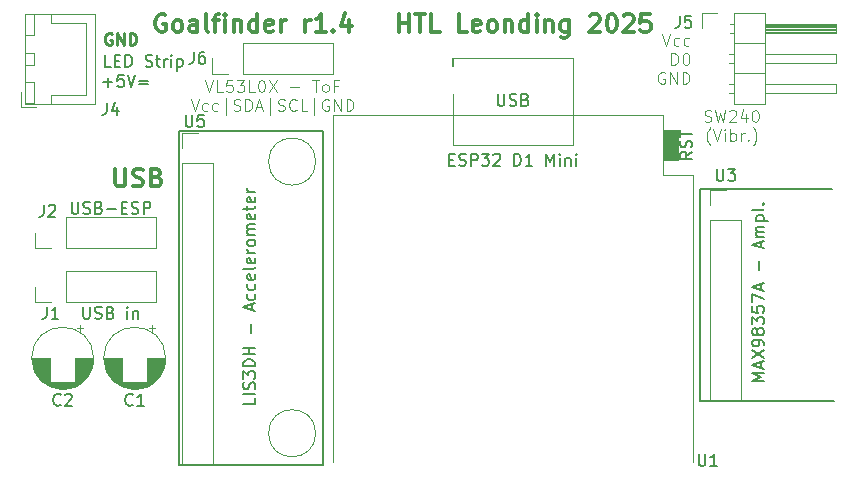
<source format=gbr>
%TF.GenerationSoftware,KiCad,Pcbnew,8.0.4*%
%TF.CreationDate,2025-06-13T09:49:43+02:00*%
%TF.ProjectId,LeoIoT_Goalfinder,4c656f49-6f54-45f4-976f-616c66696e64,01.04 SMD*%
%TF.SameCoordinates,Original*%
%TF.FileFunction,Legend,Top*%
%TF.FilePolarity,Positive*%
%FSLAX46Y46*%
G04 Gerber Fmt 4.6, Leading zero omitted, Abs format (unit mm)*
G04 Created by KiCad (PCBNEW 8.0.4) date 2025-06-13 09:49:43*
%MOMM*%
%LPD*%
G01*
G04 APERTURE LIST*
%ADD10C,0.187500*%
%ADD11C,0.125000*%
%ADD12C,0.300000*%
%ADD13C,0.250000*%
%ADD14C,0.150000*%
%ADD15C,0.120000*%
%ADD16C,0.100000*%
G04 APERTURE END LIST*
D10*
X122196526Y-72033916D02*
X122958431Y-72033916D01*
X122577478Y-72414869D02*
X122577478Y-71652964D01*
X123910811Y-71414869D02*
X123434621Y-71414869D01*
X123434621Y-71414869D02*
X123387002Y-71891059D01*
X123387002Y-71891059D02*
X123434621Y-71843440D01*
X123434621Y-71843440D02*
X123529859Y-71795821D01*
X123529859Y-71795821D02*
X123767954Y-71795821D01*
X123767954Y-71795821D02*
X123863192Y-71843440D01*
X123863192Y-71843440D02*
X123910811Y-71891059D01*
X123910811Y-71891059D02*
X123958430Y-71986297D01*
X123958430Y-71986297D02*
X123958430Y-72224392D01*
X123958430Y-72224392D02*
X123910811Y-72319630D01*
X123910811Y-72319630D02*
X123863192Y-72367250D01*
X123863192Y-72367250D02*
X123767954Y-72414869D01*
X123767954Y-72414869D02*
X123529859Y-72414869D01*
X123529859Y-72414869D02*
X123434621Y-72367250D01*
X123434621Y-72367250D02*
X123387002Y-72319630D01*
X124244145Y-71414869D02*
X124577478Y-72414869D01*
X124577478Y-72414869D02*
X124910811Y-71414869D01*
X125244145Y-71891059D02*
X126006050Y-71891059D01*
X126006050Y-72176773D02*
X125244145Y-72176773D01*
D11*
X173103786Y-75332556D02*
X173246643Y-75380175D01*
X173246643Y-75380175D02*
X173484738Y-75380175D01*
X173484738Y-75380175D02*
X173579976Y-75332556D01*
X173579976Y-75332556D02*
X173627595Y-75284936D01*
X173627595Y-75284936D02*
X173675214Y-75189698D01*
X173675214Y-75189698D02*
X173675214Y-75094460D01*
X173675214Y-75094460D02*
X173627595Y-74999222D01*
X173627595Y-74999222D02*
X173579976Y-74951603D01*
X173579976Y-74951603D02*
X173484738Y-74903984D01*
X173484738Y-74903984D02*
X173294262Y-74856365D01*
X173294262Y-74856365D02*
X173199024Y-74808746D01*
X173199024Y-74808746D02*
X173151405Y-74761127D01*
X173151405Y-74761127D02*
X173103786Y-74665889D01*
X173103786Y-74665889D02*
X173103786Y-74570651D01*
X173103786Y-74570651D02*
X173151405Y-74475413D01*
X173151405Y-74475413D02*
X173199024Y-74427794D01*
X173199024Y-74427794D02*
X173294262Y-74380175D01*
X173294262Y-74380175D02*
X173532357Y-74380175D01*
X173532357Y-74380175D02*
X173675214Y-74427794D01*
X174008548Y-74380175D02*
X174246643Y-75380175D01*
X174246643Y-75380175D02*
X174437119Y-74665889D01*
X174437119Y-74665889D02*
X174627595Y-75380175D01*
X174627595Y-75380175D02*
X174865691Y-74380175D01*
X175199024Y-74475413D02*
X175246643Y-74427794D01*
X175246643Y-74427794D02*
X175341881Y-74380175D01*
X175341881Y-74380175D02*
X175579976Y-74380175D01*
X175579976Y-74380175D02*
X175675214Y-74427794D01*
X175675214Y-74427794D02*
X175722833Y-74475413D01*
X175722833Y-74475413D02*
X175770452Y-74570651D01*
X175770452Y-74570651D02*
X175770452Y-74665889D01*
X175770452Y-74665889D02*
X175722833Y-74808746D01*
X175722833Y-74808746D02*
X175151405Y-75380175D01*
X175151405Y-75380175D02*
X175770452Y-75380175D01*
X176627595Y-74713508D02*
X176627595Y-75380175D01*
X176389500Y-74332556D02*
X176151405Y-75046841D01*
X176151405Y-75046841D02*
X176770452Y-75046841D01*
X177341881Y-74380175D02*
X177437119Y-74380175D01*
X177437119Y-74380175D02*
X177532357Y-74427794D01*
X177532357Y-74427794D02*
X177579976Y-74475413D01*
X177579976Y-74475413D02*
X177627595Y-74570651D01*
X177627595Y-74570651D02*
X177675214Y-74761127D01*
X177675214Y-74761127D02*
X177675214Y-74999222D01*
X177675214Y-74999222D02*
X177627595Y-75189698D01*
X177627595Y-75189698D02*
X177579976Y-75284936D01*
X177579976Y-75284936D02*
X177532357Y-75332556D01*
X177532357Y-75332556D02*
X177437119Y-75380175D01*
X177437119Y-75380175D02*
X177341881Y-75380175D01*
X177341881Y-75380175D02*
X177246643Y-75332556D01*
X177246643Y-75332556D02*
X177199024Y-75284936D01*
X177199024Y-75284936D02*
X177151405Y-75189698D01*
X177151405Y-75189698D02*
X177103786Y-74999222D01*
X177103786Y-74999222D02*
X177103786Y-74761127D01*
X177103786Y-74761127D02*
X177151405Y-74570651D01*
X177151405Y-74570651D02*
X177199024Y-74475413D01*
X177199024Y-74475413D02*
X177246643Y-74427794D01*
X177246643Y-74427794D02*
X177341881Y-74380175D01*
X173579976Y-77371071D02*
X173532357Y-77323452D01*
X173532357Y-77323452D02*
X173437119Y-77180595D01*
X173437119Y-77180595D02*
X173389500Y-77085357D01*
X173389500Y-77085357D02*
X173341881Y-76942500D01*
X173341881Y-76942500D02*
X173294262Y-76704404D01*
X173294262Y-76704404D02*
X173294262Y-76513928D01*
X173294262Y-76513928D02*
X173341881Y-76275833D01*
X173341881Y-76275833D02*
X173389500Y-76132976D01*
X173389500Y-76132976D02*
X173437119Y-76037738D01*
X173437119Y-76037738D02*
X173532357Y-75894880D01*
X173532357Y-75894880D02*
X173579976Y-75847261D01*
X173818072Y-75990119D02*
X174151405Y-76990119D01*
X174151405Y-76990119D02*
X174484738Y-75990119D01*
X174818072Y-76990119D02*
X174818072Y-76323452D01*
X174818072Y-75990119D02*
X174770453Y-76037738D01*
X174770453Y-76037738D02*
X174818072Y-76085357D01*
X174818072Y-76085357D02*
X174865691Y-76037738D01*
X174865691Y-76037738D02*
X174818072Y-75990119D01*
X174818072Y-75990119D02*
X174818072Y-76085357D01*
X175294262Y-76990119D02*
X175294262Y-75990119D01*
X175294262Y-76371071D02*
X175389500Y-76323452D01*
X175389500Y-76323452D02*
X175579976Y-76323452D01*
X175579976Y-76323452D02*
X175675214Y-76371071D01*
X175675214Y-76371071D02*
X175722833Y-76418690D01*
X175722833Y-76418690D02*
X175770452Y-76513928D01*
X175770452Y-76513928D02*
X175770452Y-76799642D01*
X175770452Y-76799642D02*
X175722833Y-76894880D01*
X175722833Y-76894880D02*
X175675214Y-76942500D01*
X175675214Y-76942500D02*
X175579976Y-76990119D01*
X175579976Y-76990119D02*
X175389500Y-76990119D01*
X175389500Y-76990119D02*
X175294262Y-76942500D01*
X176199024Y-76990119D02*
X176199024Y-76323452D01*
X176199024Y-76513928D02*
X176246643Y-76418690D01*
X176246643Y-76418690D02*
X176294262Y-76371071D01*
X176294262Y-76371071D02*
X176389500Y-76323452D01*
X176389500Y-76323452D02*
X176484738Y-76323452D01*
X176818072Y-76894880D02*
X176865691Y-76942500D01*
X176865691Y-76942500D02*
X176818072Y-76990119D01*
X176818072Y-76990119D02*
X176770453Y-76942500D01*
X176770453Y-76942500D02*
X176818072Y-76894880D01*
X176818072Y-76894880D02*
X176818072Y-76990119D01*
X177199024Y-77371071D02*
X177246643Y-77323452D01*
X177246643Y-77323452D02*
X177341881Y-77180595D01*
X177341881Y-77180595D02*
X177389500Y-77085357D01*
X177389500Y-77085357D02*
X177437119Y-76942500D01*
X177437119Y-76942500D02*
X177484738Y-76704404D01*
X177484738Y-76704404D02*
X177484738Y-76513928D01*
X177484738Y-76513928D02*
X177437119Y-76275833D01*
X177437119Y-76275833D02*
X177389500Y-76132976D01*
X177389500Y-76132976D02*
X177341881Y-76037738D01*
X177341881Y-76037738D02*
X177246643Y-75894880D01*
X177246643Y-75894880D02*
X177199024Y-75847261D01*
D12*
X147242010Y-67775828D02*
X147242010Y-66275828D01*
X147242010Y-66990114D02*
X148099153Y-66990114D01*
X148099153Y-67775828D02*
X148099153Y-66275828D01*
X148599154Y-66275828D02*
X149456297Y-66275828D01*
X149027725Y-67775828D02*
X149027725Y-66275828D01*
X150670582Y-67775828D02*
X149956296Y-67775828D01*
X149956296Y-67775828D02*
X149956296Y-66275828D01*
X153027725Y-67775828D02*
X152313439Y-67775828D01*
X152313439Y-67775828D02*
X152313439Y-66275828D01*
X154099154Y-67704400D02*
X153956297Y-67775828D01*
X153956297Y-67775828D02*
X153670583Y-67775828D01*
X153670583Y-67775828D02*
X153527725Y-67704400D01*
X153527725Y-67704400D02*
X153456297Y-67561542D01*
X153456297Y-67561542D02*
X153456297Y-66990114D01*
X153456297Y-66990114D02*
X153527725Y-66847257D01*
X153527725Y-66847257D02*
X153670583Y-66775828D01*
X153670583Y-66775828D02*
X153956297Y-66775828D01*
X153956297Y-66775828D02*
X154099154Y-66847257D01*
X154099154Y-66847257D02*
X154170583Y-66990114D01*
X154170583Y-66990114D02*
X154170583Y-67132971D01*
X154170583Y-67132971D02*
X153456297Y-67275828D01*
X155027725Y-67775828D02*
X154884868Y-67704400D01*
X154884868Y-67704400D02*
X154813439Y-67632971D01*
X154813439Y-67632971D02*
X154742011Y-67490114D01*
X154742011Y-67490114D02*
X154742011Y-67061542D01*
X154742011Y-67061542D02*
X154813439Y-66918685D01*
X154813439Y-66918685D02*
X154884868Y-66847257D01*
X154884868Y-66847257D02*
X155027725Y-66775828D01*
X155027725Y-66775828D02*
X155242011Y-66775828D01*
X155242011Y-66775828D02*
X155384868Y-66847257D01*
X155384868Y-66847257D02*
X155456297Y-66918685D01*
X155456297Y-66918685D02*
X155527725Y-67061542D01*
X155527725Y-67061542D02*
X155527725Y-67490114D01*
X155527725Y-67490114D02*
X155456297Y-67632971D01*
X155456297Y-67632971D02*
X155384868Y-67704400D01*
X155384868Y-67704400D02*
X155242011Y-67775828D01*
X155242011Y-67775828D02*
X155027725Y-67775828D01*
X156170582Y-66775828D02*
X156170582Y-67775828D01*
X156170582Y-66918685D02*
X156242011Y-66847257D01*
X156242011Y-66847257D02*
X156384868Y-66775828D01*
X156384868Y-66775828D02*
X156599154Y-66775828D01*
X156599154Y-66775828D02*
X156742011Y-66847257D01*
X156742011Y-66847257D02*
X156813440Y-66990114D01*
X156813440Y-66990114D02*
X156813440Y-67775828D01*
X158170583Y-67775828D02*
X158170583Y-66275828D01*
X158170583Y-67704400D02*
X158027725Y-67775828D01*
X158027725Y-67775828D02*
X157742011Y-67775828D01*
X157742011Y-67775828D02*
X157599154Y-67704400D01*
X157599154Y-67704400D02*
X157527725Y-67632971D01*
X157527725Y-67632971D02*
X157456297Y-67490114D01*
X157456297Y-67490114D02*
X157456297Y-67061542D01*
X157456297Y-67061542D02*
X157527725Y-66918685D01*
X157527725Y-66918685D02*
X157599154Y-66847257D01*
X157599154Y-66847257D02*
X157742011Y-66775828D01*
X157742011Y-66775828D02*
X158027725Y-66775828D01*
X158027725Y-66775828D02*
X158170583Y-66847257D01*
X158884868Y-67775828D02*
X158884868Y-66775828D01*
X158884868Y-66275828D02*
X158813440Y-66347257D01*
X158813440Y-66347257D02*
X158884868Y-66418685D01*
X158884868Y-66418685D02*
X158956297Y-66347257D01*
X158956297Y-66347257D02*
X158884868Y-66275828D01*
X158884868Y-66275828D02*
X158884868Y-66418685D01*
X159599154Y-66775828D02*
X159599154Y-67775828D01*
X159599154Y-66918685D02*
X159670583Y-66847257D01*
X159670583Y-66847257D02*
X159813440Y-66775828D01*
X159813440Y-66775828D02*
X160027726Y-66775828D01*
X160027726Y-66775828D02*
X160170583Y-66847257D01*
X160170583Y-66847257D02*
X160242012Y-66990114D01*
X160242012Y-66990114D02*
X160242012Y-67775828D01*
X161599155Y-66775828D02*
X161599155Y-67990114D01*
X161599155Y-67990114D02*
X161527726Y-68132971D01*
X161527726Y-68132971D02*
X161456297Y-68204400D01*
X161456297Y-68204400D02*
X161313440Y-68275828D01*
X161313440Y-68275828D02*
X161099155Y-68275828D01*
X161099155Y-68275828D02*
X160956297Y-68204400D01*
X161599155Y-67704400D02*
X161456297Y-67775828D01*
X161456297Y-67775828D02*
X161170583Y-67775828D01*
X161170583Y-67775828D02*
X161027726Y-67704400D01*
X161027726Y-67704400D02*
X160956297Y-67632971D01*
X160956297Y-67632971D02*
X160884869Y-67490114D01*
X160884869Y-67490114D02*
X160884869Y-67061542D01*
X160884869Y-67061542D02*
X160956297Y-66918685D01*
X160956297Y-66918685D02*
X161027726Y-66847257D01*
X161027726Y-66847257D02*
X161170583Y-66775828D01*
X161170583Y-66775828D02*
X161456297Y-66775828D01*
X161456297Y-66775828D02*
X161599155Y-66847257D01*
X163384869Y-66418685D02*
X163456297Y-66347257D01*
X163456297Y-66347257D02*
X163599155Y-66275828D01*
X163599155Y-66275828D02*
X163956297Y-66275828D01*
X163956297Y-66275828D02*
X164099155Y-66347257D01*
X164099155Y-66347257D02*
X164170583Y-66418685D01*
X164170583Y-66418685D02*
X164242012Y-66561542D01*
X164242012Y-66561542D02*
X164242012Y-66704400D01*
X164242012Y-66704400D02*
X164170583Y-66918685D01*
X164170583Y-66918685D02*
X163313440Y-67775828D01*
X163313440Y-67775828D02*
X164242012Y-67775828D01*
X165170583Y-66275828D02*
X165313440Y-66275828D01*
X165313440Y-66275828D02*
X165456297Y-66347257D01*
X165456297Y-66347257D02*
X165527726Y-66418685D01*
X165527726Y-66418685D02*
X165599154Y-66561542D01*
X165599154Y-66561542D02*
X165670583Y-66847257D01*
X165670583Y-66847257D02*
X165670583Y-67204400D01*
X165670583Y-67204400D02*
X165599154Y-67490114D01*
X165599154Y-67490114D02*
X165527726Y-67632971D01*
X165527726Y-67632971D02*
X165456297Y-67704400D01*
X165456297Y-67704400D02*
X165313440Y-67775828D01*
X165313440Y-67775828D02*
X165170583Y-67775828D01*
X165170583Y-67775828D02*
X165027726Y-67704400D01*
X165027726Y-67704400D02*
X164956297Y-67632971D01*
X164956297Y-67632971D02*
X164884868Y-67490114D01*
X164884868Y-67490114D02*
X164813440Y-67204400D01*
X164813440Y-67204400D02*
X164813440Y-66847257D01*
X164813440Y-66847257D02*
X164884868Y-66561542D01*
X164884868Y-66561542D02*
X164956297Y-66418685D01*
X164956297Y-66418685D02*
X165027726Y-66347257D01*
X165027726Y-66347257D02*
X165170583Y-66275828D01*
X166242011Y-66418685D02*
X166313439Y-66347257D01*
X166313439Y-66347257D02*
X166456297Y-66275828D01*
X166456297Y-66275828D02*
X166813439Y-66275828D01*
X166813439Y-66275828D02*
X166956297Y-66347257D01*
X166956297Y-66347257D02*
X167027725Y-66418685D01*
X167027725Y-66418685D02*
X167099154Y-66561542D01*
X167099154Y-66561542D02*
X167099154Y-66704400D01*
X167099154Y-66704400D02*
X167027725Y-66918685D01*
X167027725Y-66918685D02*
X166170582Y-67775828D01*
X166170582Y-67775828D02*
X167099154Y-67775828D01*
X168456296Y-66275828D02*
X167742010Y-66275828D01*
X167742010Y-66275828D02*
X167670582Y-66990114D01*
X167670582Y-66990114D02*
X167742010Y-66918685D01*
X167742010Y-66918685D02*
X167884868Y-66847257D01*
X167884868Y-66847257D02*
X168242010Y-66847257D01*
X168242010Y-66847257D02*
X168384868Y-66918685D01*
X168384868Y-66918685D02*
X168456296Y-66990114D01*
X168456296Y-66990114D02*
X168527725Y-67132971D01*
X168527725Y-67132971D02*
X168527725Y-67490114D01*
X168527725Y-67490114D02*
X168456296Y-67632971D01*
X168456296Y-67632971D02*
X168384868Y-67704400D01*
X168384868Y-67704400D02*
X168242010Y-67775828D01*
X168242010Y-67775828D02*
X167884868Y-67775828D01*
X167884868Y-67775828D02*
X167742010Y-67704400D01*
X167742010Y-67704400D02*
X167670582Y-67632971D01*
X127453725Y-66347257D02*
X127310868Y-66275828D01*
X127310868Y-66275828D02*
X127096582Y-66275828D01*
X127096582Y-66275828D02*
X126882296Y-66347257D01*
X126882296Y-66347257D02*
X126739439Y-66490114D01*
X126739439Y-66490114D02*
X126668010Y-66632971D01*
X126668010Y-66632971D02*
X126596582Y-66918685D01*
X126596582Y-66918685D02*
X126596582Y-67132971D01*
X126596582Y-67132971D02*
X126668010Y-67418685D01*
X126668010Y-67418685D02*
X126739439Y-67561542D01*
X126739439Y-67561542D02*
X126882296Y-67704400D01*
X126882296Y-67704400D02*
X127096582Y-67775828D01*
X127096582Y-67775828D02*
X127239439Y-67775828D01*
X127239439Y-67775828D02*
X127453725Y-67704400D01*
X127453725Y-67704400D02*
X127525153Y-67632971D01*
X127525153Y-67632971D02*
X127525153Y-67132971D01*
X127525153Y-67132971D02*
X127239439Y-67132971D01*
X128382296Y-67775828D02*
X128239439Y-67704400D01*
X128239439Y-67704400D02*
X128168010Y-67632971D01*
X128168010Y-67632971D02*
X128096582Y-67490114D01*
X128096582Y-67490114D02*
X128096582Y-67061542D01*
X128096582Y-67061542D02*
X128168010Y-66918685D01*
X128168010Y-66918685D02*
X128239439Y-66847257D01*
X128239439Y-66847257D02*
X128382296Y-66775828D01*
X128382296Y-66775828D02*
X128596582Y-66775828D01*
X128596582Y-66775828D02*
X128739439Y-66847257D01*
X128739439Y-66847257D02*
X128810868Y-66918685D01*
X128810868Y-66918685D02*
X128882296Y-67061542D01*
X128882296Y-67061542D02*
X128882296Y-67490114D01*
X128882296Y-67490114D02*
X128810868Y-67632971D01*
X128810868Y-67632971D02*
X128739439Y-67704400D01*
X128739439Y-67704400D02*
X128596582Y-67775828D01*
X128596582Y-67775828D02*
X128382296Y-67775828D01*
X130168011Y-67775828D02*
X130168011Y-66990114D01*
X130168011Y-66990114D02*
X130096582Y-66847257D01*
X130096582Y-66847257D02*
X129953725Y-66775828D01*
X129953725Y-66775828D02*
X129668011Y-66775828D01*
X129668011Y-66775828D02*
X129525153Y-66847257D01*
X130168011Y-67704400D02*
X130025153Y-67775828D01*
X130025153Y-67775828D02*
X129668011Y-67775828D01*
X129668011Y-67775828D02*
X129525153Y-67704400D01*
X129525153Y-67704400D02*
X129453725Y-67561542D01*
X129453725Y-67561542D02*
X129453725Y-67418685D01*
X129453725Y-67418685D02*
X129525153Y-67275828D01*
X129525153Y-67275828D02*
X129668011Y-67204400D01*
X129668011Y-67204400D02*
X130025153Y-67204400D01*
X130025153Y-67204400D02*
X130168011Y-67132971D01*
X131096582Y-67775828D02*
X130953725Y-67704400D01*
X130953725Y-67704400D02*
X130882296Y-67561542D01*
X130882296Y-67561542D02*
X130882296Y-66275828D01*
X131453725Y-66775828D02*
X132025153Y-66775828D01*
X131668010Y-67775828D02*
X131668010Y-66490114D01*
X131668010Y-66490114D02*
X131739439Y-66347257D01*
X131739439Y-66347257D02*
X131882296Y-66275828D01*
X131882296Y-66275828D02*
X132025153Y-66275828D01*
X132525153Y-67775828D02*
X132525153Y-66775828D01*
X132525153Y-66275828D02*
X132453725Y-66347257D01*
X132453725Y-66347257D02*
X132525153Y-66418685D01*
X132525153Y-66418685D02*
X132596582Y-66347257D01*
X132596582Y-66347257D02*
X132525153Y-66275828D01*
X132525153Y-66275828D02*
X132525153Y-66418685D01*
X133239439Y-66775828D02*
X133239439Y-67775828D01*
X133239439Y-66918685D02*
X133310868Y-66847257D01*
X133310868Y-66847257D02*
X133453725Y-66775828D01*
X133453725Y-66775828D02*
X133668011Y-66775828D01*
X133668011Y-66775828D02*
X133810868Y-66847257D01*
X133810868Y-66847257D02*
X133882297Y-66990114D01*
X133882297Y-66990114D02*
X133882297Y-67775828D01*
X135239440Y-67775828D02*
X135239440Y-66275828D01*
X135239440Y-67704400D02*
X135096582Y-67775828D01*
X135096582Y-67775828D02*
X134810868Y-67775828D01*
X134810868Y-67775828D02*
X134668011Y-67704400D01*
X134668011Y-67704400D02*
X134596582Y-67632971D01*
X134596582Y-67632971D02*
X134525154Y-67490114D01*
X134525154Y-67490114D02*
X134525154Y-67061542D01*
X134525154Y-67061542D02*
X134596582Y-66918685D01*
X134596582Y-66918685D02*
X134668011Y-66847257D01*
X134668011Y-66847257D02*
X134810868Y-66775828D01*
X134810868Y-66775828D02*
X135096582Y-66775828D01*
X135096582Y-66775828D02*
X135239440Y-66847257D01*
X136525154Y-67704400D02*
X136382297Y-67775828D01*
X136382297Y-67775828D02*
X136096583Y-67775828D01*
X136096583Y-67775828D02*
X135953725Y-67704400D01*
X135953725Y-67704400D02*
X135882297Y-67561542D01*
X135882297Y-67561542D02*
X135882297Y-66990114D01*
X135882297Y-66990114D02*
X135953725Y-66847257D01*
X135953725Y-66847257D02*
X136096583Y-66775828D01*
X136096583Y-66775828D02*
X136382297Y-66775828D01*
X136382297Y-66775828D02*
X136525154Y-66847257D01*
X136525154Y-66847257D02*
X136596583Y-66990114D01*
X136596583Y-66990114D02*
X136596583Y-67132971D01*
X136596583Y-67132971D02*
X135882297Y-67275828D01*
X137239439Y-67775828D02*
X137239439Y-66775828D01*
X137239439Y-67061542D02*
X137310868Y-66918685D01*
X137310868Y-66918685D02*
X137382297Y-66847257D01*
X137382297Y-66847257D02*
X137525154Y-66775828D01*
X137525154Y-66775828D02*
X137668011Y-66775828D01*
X139310867Y-67775828D02*
X139310867Y-66775828D01*
X139310867Y-67061542D02*
X139382296Y-66918685D01*
X139382296Y-66918685D02*
X139453725Y-66847257D01*
X139453725Y-66847257D02*
X139596582Y-66775828D01*
X139596582Y-66775828D02*
X139739439Y-66775828D01*
X141025153Y-67775828D02*
X140168010Y-67775828D01*
X140596581Y-67775828D02*
X140596581Y-66275828D01*
X140596581Y-66275828D02*
X140453724Y-66490114D01*
X140453724Y-66490114D02*
X140310867Y-66632971D01*
X140310867Y-66632971D02*
X140168010Y-66704400D01*
X141668009Y-67632971D02*
X141739438Y-67704400D01*
X141739438Y-67704400D02*
X141668009Y-67775828D01*
X141668009Y-67775828D02*
X141596581Y-67704400D01*
X141596581Y-67704400D02*
X141668009Y-67632971D01*
X141668009Y-67632971D02*
X141668009Y-67775828D01*
X143025153Y-66775828D02*
X143025153Y-67775828D01*
X142668010Y-66204400D02*
X142310867Y-67275828D01*
X142310867Y-67275828D02*
X143239438Y-67275828D01*
X123204642Y-79345328D02*
X123204642Y-80559614D01*
X123204642Y-80559614D02*
X123276071Y-80702471D01*
X123276071Y-80702471D02*
X123347500Y-80773900D01*
X123347500Y-80773900D02*
X123490357Y-80845328D01*
X123490357Y-80845328D02*
X123776071Y-80845328D01*
X123776071Y-80845328D02*
X123918928Y-80773900D01*
X123918928Y-80773900D02*
X123990357Y-80702471D01*
X123990357Y-80702471D02*
X124061785Y-80559614D01*
X124061785Y-80559614D02*
X124061785Y-79345328D01*
X124704643Y-80773900D02*
X124918929Y-80845328D01*
X124918929Y-80845328D02*
X125276071Y-80845328D01*
X125276071Y-80845328D02*
X125418929Y-80773900D01*
X125418929Y-80773900D02*
X125490357Y-80702471D01*
X125490357Y-80702471D02*
X125561786Y-80559614D01*
X125561786Y-80559614D02*
X125561786Y-80416757D01*
X125561786Y-80416757D02*
X125490357Y-80273900D01*
X125490357Y-80273900D02*
X125418929Y-80202471D01*
X125418929Y-80202471D02*
X125276071Y-80131042D01*
X125276071Y-80131042D02*
X124990357Y-80059614D01*
X124990357Y-80059614D02*
X124847500Y-79988185D01*
X124847500Y-79988185D02*
X124776071Y-79916757D01*
X124776071Y-79916757D02*
X124704643Y-79773900D01*
X124704643Y-79773900D02*
X124704643Y-79631042D01*
X124704643Y-79631042D02*
X124776071Y-79488185D01*
X124776071Y-79488185D02*
X124847500Y-79416757D01*
X124847500Y-79416757D02*
X124990357Y-79345328D01*
X124990357Y-79345328D02*
X125347500Y-79345328D01*
X125347500Y-79345328D02*
X125561786Y-79416757D01*
X126704642Y-80059614D02*
X126918928Y-80131042D01*
X126918928Y-80131042D02*
X126990357Y-80202471D01*
X126990357Y-80202471D02*
X127061785Y-80345328D01*
X127061785Y-80345328D02*
X127061785Y-80559614D01*
X127061785Y-80559614D02*
X126990357Y-80702471D01*
X126990357Y-80702471D02*
X126918928Y-80773900D01*
X126918928Y-80773900D02*
X126776071Y-80845328D01*
X126776071Y-80845328D02*
X126204642Y-80845328D01*
X126204642Y-80845328D02*
X126204642Y-79345328D01*
X126204642Y-79345328D02*
X126704642Y-79345328D01*
X126704642Y-79345328D02*
X126847500Y-79416757D01*
X126847500Y-79416757D02*
X126918928Y-79488185D01*
X126918928Y-79488185D02*
X126990357Y-79631042D01*
X126990357Y-79631042D02*
X126990357Y-79773900D01*
X126990357Y-79773900D02*
X126918928Y-79916757D01*
X126918928Y-79916757D02*
X126847500Y-79988185D01*
X126847500Y-79988185D02*
X126704642Y-80059614D01*
X126704642Y-80059614D02*
X126204642Y-80059614D01*
D11*
X130837023Y-71840175D02*
X131170356Y-72840175D01*
X131170356Y-72840175D02*
X131503689Y-71840175D01*
X132313213Y-72840175D02*
X131837023Y-72840175D01*
X131837023Y-72840175D02*
X131837023Y-71840175D01*
X133122737Y-71840175D02*
X132646547Y-71840175D01*
X132646547Y-71840175D02*
X132598928Y-72316365D01*
X132598928Y-72316365D02*
X132646547Y-72268746D01*
X132646547Y-72268746D02*
X132741785Y-72221127D01*
X132741785Y-72221127D02*
X132979880Y-72221127D01*
X132979880Y-72221127D02*
X133075118Y-72268746D01*
X133075118Y-72268746D02*
X133122737Y-72316365D01*
X133122737Y-72316365D02*
X133170356Y-72411603D01*
X133170356Y-72411603D02*
X133170356Y-72649698D01*
X133170356Y-72649698D02*
X133122737Y-72744936D01*
X133122737Y-72744936D02*
X133075118Y-72792556D01*
X133075118Y-72792556D02*
X132979880Y-72840175D01*
X132979880Y-72840175D02*
X132741785Y-72840175D01*
X132741785Y-72840175D02*
X132646547Y-72792556D01*
X132646547Y-72792556D02*
X132598928Y-72744936D01*
X133503690Y-71840175D02*
X134122737Y-71840175D01*
X134122737Y-71840175D02*
X133789404Y-72221127D01*
X133789404Y-72221127D02*
X133932261Y-72221127D01*
X133932261Y-72221127D02*
X134027499Y-72268746D01*
X134027499Y-72268746D02*
X134075118Y-72316365D01*
X134075118Y-72316365D02*
X134122737Y-72411603D01*
X134122737Y-72411603D02*
X134122737Y-72649698D01*
X134122737Y-72649698D02*
X134075118Y-72744936D01*
X134075118Y-72744936D02*
X134027499Y-72792556D01*
X134027499Y-72792556D02*
X133932261Y-72840175D01*
X133932261Y-72840175D02*
X133646547Y-72840175D01*
X133646547Y-72840175D02*
X133551309Y-72792556D01*
X133551309Y-72792556D02*
X133503690Y-72744936D01*
X135027499Y-72840175D02*
X134551309Y-72840175D01*
X134551309Y-72840175D02*
X134551309Y-71840175D01*
X135551309Y-71840175D02*
X135646547Y-71840175D01*
X135646547Y-71840175D02*
X135741785Y-71887794D01*
X135741785Y-71887794D02*
X135789404Y-71935413D01*
X135789404Y-71935413D02*
X135837023Y-72030651D01*
X135837023Y-72030651D02*
X135884642Y-72221127D01*
X135884642Y-72221127D02*
X135884642Y-72459222D01*
X135884642Y-72459222D02*
X135837023Y-72649698D01*
X135837023Y-72649698D02*
X135789404Y-72744936D01*
X135789404Y-72744936D02*
X135741785Y-72792556D01*
X135741785Y-72792556D02*
X135646547Y-72840175D01*
X135646547Y-72840175D02*
X135551309Y-72840175D01*
X135551309Y-72840175D02*
X135456071Y-72792556D01*
X135456071Y-72792556D02*
X135408452Y-72744936D01*
X135408452Y-72744936D02*
X135360833Y-72649698D01*
X135360833Y-72649698D02*
X135313214Y-72459222D01*
X135313214Y-72459222D02*
X135313214Y-72221127D01*
X135313214Y-72221127D02*
X135360833Y-72030651D01*
X135360833Y-72030651D02*
X135408452Y-71935413D01*
X135408452Y-71935413D02*
X135456071Y-71887794D01*
X135456071Y-71887794D02*
X135551309Y-71840175D01*
X136217976Y-71840175D02*
X136884642Y-72840175D01*
X136884642Y-71840175D02*
X136217976Y-72840175D01*
X138027500Y-72459222D02*
X138789405Y-72459222D01*
X139884643Y-71840175D02*
X140456071Y-71840175D01*
X140170357Y-72840175D02*
X140170357Y-71840175D01*
X140932262Y-72840175D02*
X140837024Y-72792556D01*
X140837024Y-72792556D02*
X140789405Y-72744936D01*
X140789405Y-72744936D02*
X140741786Y-72649698D01*
X140741786Y-72649698D02*
X140741786Y-72363984D01*
X140741786Y-72363984D02*
X140789405Y-72268746D01*
X140789405Y-72268746D02*
X140837024Y-72221127D01*
X140837024Y-72221127D02*
X140932262Y-72173508D01*
X140932262Y-72173508D02*
X141075119Y-72173508D01*
X141075119Y-72173508D02*
X141170357Y-72221127D01*
X141170357Y-72221127D02*
X141217976Y-72268746D01*
X141217976Y-72268746D02*
X141265595Y-72363984D01*
X141265595Y-72363984D02*
X141265595Y-72649698D01*
X141265595Y-72649698D02*
X141217976Y-72744936D01*
X141217976Y-72744936D02*
X141170357Y-72792556D01*
X141170357Y-72792556D02*
X141075119Y-72840175D01*
X141075119Y-72840175D02*
X140932262Y-72840175D01*
X142027500Y-72316365D02*
X141694167Y-72316365D01*
X141694167Y-72840175D02*
X141694167Y-71840175D01*
X141694167Y-71840175D02*
X142170357Y-71840175D01*
X129598928Y-73450119D02*
X129932261Y-74450119D01*
X129932261Y-74450119D02*
X130265594Y-73450119D01*
X131027499Y-74402500D02*
X130932261Y-74450119D01*
X130932261Y-74450119D02*
X130741785Y-74450119D01*
X130741785Y-74450119D02*
X130646547Y-74402500D01*
X130646547Y-74402500D02*
X130598928Y-74354880D01*
X130598928Y-74354880D02*
X130551309Y-74259642D01*
X130551309Y-74259642D02*
X130551309Y-73973928D01*
X130551309Y-73973928D02*
X130598928Y-73878690D01*
X130598928Y-73878690D02*
X130646547Y-73831071D01*
X130646547Y-73831071D02*
X130741785Y-73783452D01*
X130741785Y-73783452D02*
X130932261Y-73783452D01*
X130932261Y-73783452D02*
X131027499Y-73831071D01*
X131884642Y-74402500D02*
X131789404Y-74450119D01*
X131789404Y-74450119D02*
X131598928Y-74450119D01*
X131598928Y-74450119D02*
X131503690Y-74402500D01*
X131503690Y-74402500D02*
X131456071Y-74354880D01*
X131456071Y-74354880D02*
X131408452Y-74259642D01*
X131408452Y-74259642D02*
X131408452Y-73973928D01*
X131408452Y-73973928D02*
X131456071Y-73878690D01*
X131456071Y-73878690D02*
X131503690Y-73831071D01*
X131503690Y-73831071D02*
X131598928Y-73783452D01*
X131598928Y-73783452D02*
X131789404Y-73783452D01*
X131789404Y-73783452D02*
X131884642Y-73831071D01*
X132551309Y-74783452D02*
X132551309Y-73354880D01*
X133217976Y-74402500D02*
X133360833Y-74450119D01*
X133360833Y-74450119D02*
X133598928Y-74450119D01*
X133598928Y-74450119D02*
X133694166Y-74402500D01*
X133694166Y-74402500D02*
X133741785Y-74354880D01*
X133741785Y-74354880D02*
X133789404Y-74259642D01*
X133789404Y-74259642D02*
X133789404Y-74164404D01*
X133789404Y-74164404D02*
X133741785Y-74069166D01*
X133741785Y-74069166D02*
X133694166Y-74021547D01*
X133694166Y-74021547D02*
X133598928Y-73973928D01*
X133598928Y-73973928D02*
X133408452Y-73926309D01*
X133408452Y-73926309D02*
X133313214Y-73878690D01*
X133313214Y-73878690D02*
X133265595Y-73831071D01*
X133265595Y-73831071D02*
X133217976Y-73735833D01*
X133217976Y-73735833D02*
X133217976Y-73640595D01*
X133217976Y-73640595D02*
X133265595Y-73545357D01*
X133265595Y-73545357D02*
X133313214Y-73497738D01*
X133313214Y-73497738D02*
X133408452Y-73450119D01*
X133408452Y-73450119D02*
X133646547Y-73450119D01*
X133646547Y-73450119D02*
X133789404Y-73497738D01*
X134217976Y-74450119D02*
X134217976Y-73450119D01*
X134217976Y-73450119D02*
X134456071Y-73450119D01*
X134456071Y-73450119D02*
X134598928Y-73497738D01*
X134598928Y-73497738D02*
X134694166Y-73592976D01*
X134694166Y-73592976D02*
X134741785Y-73688214D01*
X134741785Y-73688214D02*
X134789404Y-73878690D01*
X134789404Y-73878690D02*
X134789404Y-74021547D01*
X134789404Y-74021547D02*
X134741785Y-74212023D01*
X134741785Y-74212023D02*
X134694166Y-74307261D01*
X134694166Y-74307261D02*
X134598928Y-74402500D01*
X134598928Y-74402500D02*
X134456071Y-74450119D01*
X134456071Y-74450119D02*
X134217976Y-74450119D01*
X135170357Y-74164404D02*
X135646547Y-74164404D01*
X135075119Y-74450119D02*
X135408452Y-73450119D01*
X135408452Y-73450119D02*
X135741785Y-74450119D01*
X136313214Y-74783452D02*
X136313214Y-73354880D01*
X136979881Y-74402500D02*
X137122738Y-74450119D01*
X137122738Y-74450119D02*
X137360833Y-74450119D01*
X137360833Y-74450119D02*
X137456071Y-74402500D01*
X137456071Y-74402500D02*
X137503690Y-74354880D01*
X137503690Y-74354880D02*
X137551309Y-74259642D01*
X137551309Y-74259642D02*
X137551309Y-74164404D01*
X137551309Y-74164404D02*
X137503690Y-74069166D01*
X137503690Y-74069166D02*
X137456071Y-74021547D01*
X137456071Y-74021547D02*
X137360833Y-73973928D01*
X137360833Y-73973928D02*
X137170357Y-73926309D01*
X137170357Y-73926309D02*
X137075119Y-73878690D01*
X137075119Y-73878690D02*
X137027500Y-73831071D01*
X137027500Y-73831071D02*
X136979881Y-73735833D01*
X136979881Y-73735833D02*
X136979881Y-73640595D01*
X136979881Y-73640595D02*
X137027500Y-73545357D01*
X137027500Y-73545357D02*
X137075119Y-73497738D01*
X137075119Y-73497738D02*
X137170357Y-73450119D01*
X137170357Y-73450119D02*
X137408452Y-73450119D01*
X137408452Y-73450119D02*
X137551309Y-73497738D01*
X138551309Y-74354880D02*
X138503690Y-74402500D01*
X138503690Y-74402500D02*
X138360833Y-74450119D01*
X138360833Y-74450119D02*
X138265595Y-74450119D01*
X138265595Y-74450119D02*
X138122738Y-74402500D01*
X138122738Y-74402500D02*
X138027500Y-74307261D01*
X138027500Y-74307261D02*
X137979881Y-74212023D01*
X137979881Y-74212023D02*
X137932262Y-74021547D01*
X137932262Y-74021547D02*
X137932262Y-73878690D01*
X137932262Y-73878690D02*
X137979881Y-73688214D01*
X137979881Y-73688214D02*
X138027500Y-73592976D01*
X138027500Y-73592976D02*
X138122738Y-73497738D01*
X138122738Y-73497738D02*
X138265595Y-73450119D01*
X138265595Y-73450119D02*
X138360833Y-73450119D01*
X138360833Y-73450119D02*
X138503690Y-73497738D01*
X138503690Y-73497738D02*
X138551309Y-73545357D01*
X139456071Y-74450119D02*
X138979881Y-74450119D01*
X138979881Y-74450119D02*
X138979881Y-73450119D01*
X140027500Y-74783452D02*
X140027500Y-73354880D01*
X141265595Y-73497738D02*
X141170357Y-73450119D01*
X141170357Y-73450119D02*
X141027500Y-73450119D01*
X141027500Y-73450119D02*
X140884643Y-73497738D01*
X140884643Y-73497738D02*
X140789405Y-73592976D01*
X140789405Y-73592976D02*
X140741786Y-73688214D01*
X140741786Y-73688214D02*
X140694167Y-73878690D01*
X140694167Y-73878690D02*
X140694167Y-74021547D01*
X140694167Y-74021547D02*
X140741786Y-74212023D01*
X140741786Y-74212023D02*
X140789405Y-74307261D01*
X140789405Y-74307261D02*
X140884643Y-74402500D01*
X140884643Y-74402500D02*
X141027500Y-74450119D01*
X141027500Y-74450119D02*
X141122738Y-74450119D01*
X141122738Y-74450119D02*
X141265595Y-74402500D01*
X141265595Y-74402500D02*
X141313214Y-74354880D01*
X141313214Y-74354880D02*
X141313214Y-74021547D01*
X141313214Y-74021547D02*
X141122738Y-74021547D01*
X141741786Y-74450119D02*
X141741786Y-73450119D01*
X141741786Y-73450119D02*
X142313214Y-74450119D01*
X142313214Y-74450119D02*
X142313214Y-73450119D01*
X142789405Y-74450119D02*
X142789405Y-73450119D01*
X142789405Y-73450119D02*
X143027500Y-73450119D01*
X143027500Y-73450119D02*
X143170357Y-73497738D01*
X143170357Y-73497738D02*
X143265595Y-73592976D01*
X143265595Y-73592976D02*
X143313214Y-73688214D01*
X143313214Y-73688214D02*
X143360833Y-73878690D01*
X143360833Y-73878690D02*
X143360833Y-74021547D01*
X143360833Y-74021547D02*
X143313214Y-74212023D01*
X143313214Y-74212023D02*
X143265595Y-74307261D01*
X143265595Y-74307261D02*
X143170357Y-74402500D01*
X143170357Y-74402500D02*
X143027500Y-74450119D01*
X143027500Y-74450119D02*
X142789405Y-74450119D01*
X169529073Y-67944231D02*
X169862406Y-68944231D01*
X169862406Y-68944231D02*
X170195739Y-67944231D01*
X170957644Y-68896612D02*
X170862406Y-68944231D01*
X170862406Y-68944231D02*
X170671930Y-68944231D01*
X170671930Y-68944231D02*
X170576692Y-68896612D01*
X170576692Y-68896612D02*
X170529073Y-68848992D01*
X170529073Y-68848992D02*
X170481454Y-68753754D01*
X170481454Y-68753754D02*
X170481454Y-68468040D01*
X170481454Y-68468040D02*
X170529073Y-68372802D01*
X170529073Y-68372802D02*
X170576692Y-68325183D01*
X170576692Y-68325183D02*
X170671930Y-68277564D01*
X170671930Y-68277564D02*
X170862406Y-68277564D01*
X170862406Y-68277564D02*
X170957644Y-68325183D01*
X171814787Y-68896612D02*
X171719549Y-68944231D01*
X171719549Y-68944231D02*
X171529073Y-68944231D01*
X171529073Y-68944231D02*
X171433835Y-68896612D01*
X171433835Y-68896612D02*
X171386216Y-68848992D01*
X171386216Y-68848992D02*
X171338597Y-68753754D01*
X171338597Y-68753754D02*
X171338597Y-68468040D01*
X171338597Y-68468040D02*
X171386216Y-68372802D01*
X171386216Y-68372802D02*
X171433835Y-68325183D01*
X171433835Y-68325183D02*
X171529073Y-68277564D01*
X171529073Y-68277564D02*
X171719549Y-68277564D01*
X171719549Y-68277564D02*
X171814787Y-68325183D01*
X170290978Y-70554175D02*
X170290978Y-69554175D01*
X170290978Y-69554175D02*
X170529073Y-69554175D01*
X170529073Y-69554175D02*
X170671930Y-69601794D01*
X170671930Y-69601794D02*
X170767168Y-69697032D01*
X170767168Y-69697032D02*
X170814787Y-69792270D01*
X170814787Y-69792270D02*
X170862406Y-69982746D01*
X170862406Y-69982746D02*
X170862406Y-70125603D01*
X170862406Y-70125603D02*
X170814787Y-70316079D01*
X170814787Y-70316079D02*
X170767168Y-70411317D01*
X170767168Y-70411317D02*
X170671930Y-70506556D01*
X170671930Y-70506556D02*
X170529073Y-70554175D01*
X170529073Y-70554175D02*
X170290978Y-70554175D01*
X171481454Y-69554175D02*
X171576692Y-69554175D01*
X171576692Y-69554175D02*
X171671930Y-69601794D01*
X171671930Y-69601794D02*
X171719549Y-69649413D01*
X171719549Y-69649413D02*
X171767168Y-69744651D01*
X171767168Y-69744651D02*
X171814787Y-69935127D01*
X171814787Y-69935127D02*
X171814787Y-70173222D01*
X171814787Y-70173222D02*
X171767168Y-70363698D01*
X171767168Y-70363698D02*
X171719549Y-70458936D01*
X171719549Y-70458936D02*
X171671930Y-70506556D01*
X171671930Y-70506556D02*
X171576692Y-70554175D01*
X171576692Y-70554175D02*
X171481454Y-70554175D01*
X171481454Y-70554175D02*
X171386216Y-70506556D01*
X171386216Y-70506556D02*
X171338597Y-70458936D01*
X171338597Y-70458936D02*
X171290978Y-70363698D01*
X171290978Y-70363698D02*
X171243359Y-70173222D01*
X171243359Y-70173222D02*
X171243359Y-69935127D01*
X171243359Y-69935127D02*
X171290978Y-69744651D01*
X171290978Y-69744651D02*
X171338597Y-69649413D01*
X171338597Y-69649413D02*
X171386216Y-69601794D01*
X171386216Y-69601794D02*
X171481454Y-69554175D01*
X169719549Y-71211738D02*
X169624311Y-71164119D01*
X169624311Y-71164119D02*
X169481454Y-71164119D01*
X169481454Y-71164119D02*
X169338597Y-71211738D01*
X169338597Y-71211738D02*
X169243359Y-71306976D01*
X169243359Y-71306976D02*
X169195740Y-71402214D01*
X169195740Y-71402214D02*
X169148121Y-71592690D01*
X169148121Y-71592690D02*
X169148121Y-71735547D01*
X169148121Y-71735547D02*
X169195740Y-71926023D01*
X169195740Y-71926023D02*
X169243359Y-72021261D01*
X169243359Y-72021261D02*
X169338597Y-72116500D01*
X169338597Y-72116500D02*
X169481454Y-72164119D01*
X169481454Y-72164119D02*
X169576692Y-72164119D01*
X169576692Y-72164119D02*
X169719549Y-72116500D01*
X169719549Y-72116500D02*
X169767168Y-72068880D01*
X169767168Y-72068880D02*
X169767168Y-71735547D01*
X169767168Y-71735547D02*
X169576692Y-71735547D01*
X170195740Y-72164119D02*
X170195740Y-71164119D01*
X170195740Y-71164119D02*
X170767168Y-72164119D01*
X170767168Y-72164119D02*
X170767168Y-71164119D01*
X171243359Y-72164119D02*
X171243359Y-71164119D01*
X171243359Y-71164119D02*
X171481454Y-71164119D01*
X171481454Y-71164119D02*
X171624311Y-71211738D01*
X171624311Y-71211738D02*
X171719549Y-71306976D01*
X171719549Y-71306976D02*
X171767168Y-71402214D01*
X171767168Y-71402214D02*
X171814787Y-71592690D01*
X171814787Y-71592690D02*
X171814787Y-71735547D01*
X171814787Y-71735547D02*
X171767168Y-71926023D01*
X171767168Y-71926023D02*
X171719549Y-72021261D01*
X171719549Y-72021261D02*
X171624311Y-72116500D01*
X171624311Y-72116500D02*
X171481454Y-72164119D01*
X171481454Y-72164119D02*
X171243359Y-72164119D01*
D13*
X122901312Y-67903238D02*
X122806074Y-67855619D01*
X122806074Y-67855619D02*
X122663217Y-67855619D01*
X122663217Y-67855619D02*
X122520360Y-67903238D01*
X122520360Y-67903238D02*
X122425122Y-67998476D01*
X122425122Y-67998476D02*
X122377503Y-68093714D01*
X122377503Y-68093714D02*
X122329884Y-68284190D01*
X122329884Y-68284190D02*
X122329884Y-68427047D01*
X122329884Y-68427047D02*
X122377503Y-68617523D01*
X122377503Y-68617523D02*
X122425122Y-68712761D01*
X122425122Y-68712761D02*
X122520360Y-68808000D01*
X122520360Y-68808000D02*
X122663217Y-68855619D01*
X122663217Y-68855619D02*
X122758455Y-68855619D01*
X122758455Y-68855619D02*
X122901312Y-68808000D01*
X122901312Y-68808000D02*
X122948931Y-68760380D01*
X122948931Y-68760380D02*
X122948931Y-68427047D01*
X122948931Y-68427047D02*
X122758455Y-68427047D01*
X123377503Y-68855619D02*
X123377503Y-67855619D01*
X123377503Y-67855619D02*
X123948931Y-68855619D01*
X123948931Y-68855619D02*
X123948931Y-67855619D01*
X124425122Y-68855619D02*
X124425122Y-67855619D01*
X124425122Y-67855619D02*
X124663217Y-67855619D01*
X124663217Y-67855619D02*
X124806074Y-67903238D01*
X124806074Y-67903238D02*
X124901312Y-67998476D01*
X124901312Y-67998476D02*
X124948931Y-68093714D01*
X124948931Y-68093714D02*
X124996550Y-68284190D01*
X124996550Y-68284190D02*
X124996550Y-68427047D01*
X124996550Y-68427047D02*
X124948931Y-68617523D01*
X124948931Y-68617523D02*
X124901312Y-68712761D01*
X124901312Y-68712761D02*
X124806074Y-68808000D01*
X124806074Y-68808000D02*
X124663217Y-68855619D01*
X124663217Y-68855619D02*
X124425122Y-68855619D01*
D14*
X172595595Y-103497819D02*
X172595595Y-104307342D01*
X172595595Y-104307342D02*
X172643214Y-104402580D01*
X172643214Y-104402580D02*
X172690833Y-104450200D01*
X172690833Y-104450200D02*
X172786071Y-104497819D01*
X172786071Y-104497819D02*
X172976547Y-104497819D01*
X172976547Y-104497819D02*
X173071785Y-104450200D01*
X173071785Y-104450200D02*
X173119404Y-104402580D01*
X173119404Y-104402580D02*
X173167023Y-104307342D01*
X173167023Y-104307342D02*
X173167023Y-103497819D01*
X174167023Y-104497819D02*
X173595595Y-104497819D01*
X173881309Y-104497819D02*
X173881309Y-103497819D01*
X173881309Y-103497819D02*
X173786071Y-103640676D01*
X173786071Y-103640676D02*
X173690833Y-103735914D01*
X173690833Y-103735914D02*
X173595595Y-103783533D01*
X151466548Y-78574009D02*
X151799881Y-78574009D01*
X151942738Y-79097819D02*
X151466548Y-79097819D01*
X151466548Y-79097819D02*
X151466548Y-78097819D01*
X151466548Y-78097819D02*
X151942738Y-78097819D01*
X152323691Y-79050200D02*
X152466548Y-79097819D01*
X152466548Y-79097819D02*
X152704643Y-79097819D01*
X152704643Y-79097819D02*
X152799881Y-79050200D01*
X152799881Y-79050200D02*
X152847500Y-79002580D01*
X152847500Y-79002580D02*
X152895119Y-78907342D01*
X152895119Y-78907342D02*
X152895119Y-78812104D01*
X152895119Y-78812104D02*
X152847500Y-78716866D01*
X152847500Y-78716866D02*
X152799881Y-78669247D01*
X152799881Y-78669247D02*
X152704643Y-78621628D01*
X152704643Y-78621628D02*
X152514167Y-78574009D01*
X152514167Y-78574009D02*
X152418929Y-78526390D01*
X152418929Y-78526390D02*
X152371310Y-78478771D01*
X152371310Y-78478771D02*
X152323691Y-78383533D01*
X152323691Y-78383533D02*
X152323691Y-78288295D01*
X152323691Y-78288295D02*
X152371310Y-78193057D01*
X152371310Y-78193057D02*
X152418929Y-78145438D01*
X152418929Y-78145438D02*
X152514167Y-78097819D01*
X152514167Y-78097819D02*
X152752262Y-78097819D01*
X152752262Y-78097819D02*
X152895119Y-78145438D01*
X153323691Y-79097819D02*
X153323691Y-78097819D01*
X153323691Y-78097819D02*
X153704643Y-78097819D01*
X153704643Y-78097819D02*
X153799881Y-78145438D01*
X153799881Y-78145438D02*
X153847500Y-78193057D01*
X153847500Y-78193057D02*
X153895119Y-78288295D01*
X153895119Y-78288295D02*
X153895119Y-78431152D01*
X153895119Y-78431152D02*
X153847500Y-78526390D01*
X153847500Y-78526390D02*
X153799881Y-78574009D01*
X153799881Y-78574009D02*
X153704643Y-78621628D01*
X153704643Y-78621628D02*
X153323691Y-78621628D01*
X154228453Y-78097819D02*
X154847500Y-78097819D01*
X154847500Y-78097819D02*
X154514167Y-78478771D01*
X154514167Y-78478771D02*
X154657024Y-78478771D01*
X154657024Y-78478771D02*
X154752262Y-78526390D01*
X154752262Y-78526390D02*
X154799881Y-78574009D01*
X154799881Y-78574009D02*
X154847500Y-78669247D01*
X154847500Y-78669247D02*
X154847500Y-78907342D01*
X154847500Y-78907342D02*
X154799881Y-79002580D01*
X154799881Y-79002580D02*
X154752262Y-79050200D01*
X154752262Y-79050200D02*
X154657024Y-79097819D01*
X154657024Y-79097819D02*
X154371310Y-79097819D01*
X154371310Y-79097819D02*
X154276072Y-79050200D01*
X154276072Y-79050200D02*
X154228453Y-79002580D01*
X155228453Y-78193057D02*
X155276072Y-78145438D01*
X155276072Y-78145438D02*
X155371310Y-78097819D01*
X155371310Y-78097819D02*
X155609405Y-78097819D01*
X155609405Y-78097819D02*
X155704643Y-78145438D01*
X155704643Y-78145438D02*
X155752262Y-78193057D01*
X155752262Y-78193057D02*
X155799881Y-78288295D01*
X155799881Y-78288295D02*
X155799881Y-78383533D01*
X155799881Y-78383533D02*
X155752262Y-78526390D01*
X155752262Y-78526390D02*
X155180834Y-79097819D01*
X155180834Y-79097819D02*
X155799881Y-79097819D01*
X156990358Y-79097819D02*
X156990358Y-78097819D01*
X156990358Y-78097819D02*
X157228453Y-78097819D01*
X157228453Y-78097819D02*
X157371310Y-78145438D01*
X157371310Y-78145438D02*
X157466548Y-78240676D01*
X157466548Y-78240676D02*
X157514167Y-78335914D01*
X157514167Y-78335914D02*
X157561786Y-78526390D01*
X157561786Y-78526390D02*
X157561786Y-78669247D01*
X157561786Y-78669247D02*
X157514167Y-78859723D01*
X157514167Y-78859723D02*
X157466548Y-78954961D01*
X157466548Y-78954961D02*
X157371310Y-79050200D01*
X157371310Y-79050200D02*
X157228453Y-79097819D01*
X157228453Y-79097819D02*
X156990358Y-79097819D01*
X158514167Y-79097819D02*
X157942739Y-79097819D01*
X158228453Y-79097819D02*
X158228453Y-78097819D01*
X158228453Y-78097819D02*
X158133215Y-78240676D01*
X158133215Y-78240676D02*
X158037977Y-78335914D01*
X158037977Y-78335914D02*
X157942739Y-78383533D01*
X159704644Y-79097819D02*
X159704644Y-78097819D01*
X159704644Y-78097819D02*
X160037977Y-78812104D01*
X160037977Y-78812104D02*
X160371310Y-78097819D01*
X160371310Y-78097819D02*
X160371310Y-79097819D01*
X160847501Y-79097819D02*
X160847501Y-78431152D01*
X160847501Y-78097819D02*
X160799882Y-78145438D01*
X160799882Y-78145438D02*
X160847501Y-78193057D01*
X160847501Y-78193057D02*
X160895120Y-78145438D01*
X160895120Y-78145438D02*
X160847501Y-78097819D01*
X160847501Y-78097819D02*
X160847501Y-78193057D01*
X161323691Y-78431152D02*
X161323691Y-79097819D01*
X161323691Y-78526390D02*
X161371310Y-78478771D01*
X161371310Y-78478771D02*
X161466548Y-78431152D01*
X161466548Y-78431152D02*
X161609405Y-78431152D01*
X161609405Y-78431152D02*
X161704643Y-78478771D01*
X161704643Y-78478771D02*
X161752262Y-78574009D01*
X161752262Y-78574009D02*
X161752262Y-79097819D01*
X162228453Y-79097819D02*
X162228453Y-78431152D01*
X162228453Y-78097819D02*
X162180834Y-78145438D01*
X162180834Y-78145438D02*
X162228453Y-78193057D01*
X162228453Y-78193057D02*
X162276072Y-78145438D01*
X162276072Y-78145438D02*
X162228453Y-78097819D01*
X162228453Y-78097819D02*
X162228453Y-78193057D01*
X172034319Y-77920619D02*
X171558128Y-78253952D01*
X172034319Y-78492047D02*
X171034319Y-78492047D01*
X171034319Y-78492047D02*
X171034319Y-78111095D01*
X171034319Y-78111095D02*
X171081938Y-78015857D01*
X171081938Y-78015857D02*
X171129557Y-77968238D01*
X171129557Y-77968238D02*
X171224795Y-77920619D01*
X171224795Y-77920619D02*
X171367652Y-77920619D01*
X171367652Y-77920619D02*
X171462890Y-77968238D01*
X171462890Y-77968238D02*
X171510509Y-78015857D01*
X171510509Y-78015857D02*
X171558128Y-78111095D01*
X171558128Y-78111095D02*
X171558128Y-78492047D01*
X171986700Y-77539666D02*
X172034319Y-77396809D01*
X172034319Y-77396809D02*
X172034319Y-77158714D01*
X172034319Y-77158714D02*
X171986700Y-77063476D01*
X171986700Y-77063476D02*
X171939080Y-77015857D01*
X171939080Y-77015857D02*
X171843842Y-76968238D01*
X171843842Y-76968238D02*
X171748604Y-76968238D01*
X171748604Y-76968238D02*
X171653366Y-77015857D01*
X171653366Y-77015857D02*
X171605747Y-77063476D01*
X171605747Y-77063476D02*
X171558128Y-77158714D01*
X171558128Y-77158714D02*
X171510509Y-77349190D01*
X171510509Y-77349190D02*
X171462890Y-77444428D01*
X171462890Y-77444428D02*
X171415271Y-77492047D01*
X171415271Y-77492047D02*
X171320033Y-77539666D01*
X171320033Y-77539666D02*
X171224795Y-77539666D01*
X171224795Y-77539666D02*
X171129557Y-77492047D01*
X171129557Y-77492047D02*
X171081938Y-77444428D01*
X171081938Y-77444428D02*
X171034319Y-77349190D01*
X171034319Y-77349190D02*
X171034319Y-77111095D01*
X171034319Y-77111095D02*
X171081938Y-76968238D01*
X171034319Y-76682523D02*
X171034319Y-76111095D01*
X172034319Y-76396809D02*
X171034319Y-76396809D01*
X155585595Y-73017819D02*
X155585595Y-73827342D01*
X155585595Y-73827342D02*
X155633214Y-73922580D01*
X155633214Y-73922580D02*
X155680833Y-73970200D01*
X155680833Y-73970200D02*
X155776071Y-74017819D01*
X155776071Y-74017819D02*
X155966547Y-74017819D01*
X155966547Y-74017819D02*
X156061785Y-73970200D01*
X156061785Y-73970200D02*
X156109404Y-73922580D01*
X156109404Y-73922580D02*
X156157023Y-73827342D01*
X156157023Y-73827342D02*
X156157023Y-73017819D01*
X156585595Y-73970200D02*
X156728452Y-74017819D01*
X156728452Y-74017819D02*
X156966547Y-74017819D01*
X156966547Y-74017819D02*
X157061785Y-73970200D01*
X157061785Y-73970200D02*
X157109404Y-73922580D01*
X157109404Y-73922580D02*
X157157023Y-73827342D01*
X157157023Y-73827342D02*
X157157023Y-73732104D01*
X157157023Y-73732104D02*
X157109404Y-73636866D01*
X157109404Y-73636866D02*
X157061785Y-73589247D01*
X157061785Y-73589247D02*
X156966547Y-73541628D01*
X156966547Y-73541628D02*
X156776071Y-73494009D01*
X156776071Y-73494009D02*
X156680833Y-73446390D01*
X156680833Y-73446390D02*
X156633214Y-73398771D01*
X156633214Y-73398771D02*
X156585595Y-73303533D01*
X156585595Y-73303533D02*
X156585595Y-73208295D01*
X156585595Y-73208295D02*
X156633214Y-73113057D01*
X156633214Y-73113057D02*
X156680833Y-73065438D01*
X156680833Y-73065438D02*
X156776071Y-73017819D01*
X156776071Y-73017819D02*
X157014166Y-73017819D01*
X157014166Y-73017819D02*
X157157023Y-73065438D01*
X157918928Y-73494009D02*
X158061785Y-73541628D01*
X158061785Y-73541628D02*
X158109404Y-73589247D01*
X158109404Y-73589247D02*
X158157023Y-73684485D01*
X158157023Y-73684485D02*
X158157023Y-73827342D01*
X158157023Y-73827342D02*
X158109404Y-73922580D01*
X158109404Y-73922580D02*
X158061785Y-73970200D01*
X158061785Y-73970200D02*
X157966547Y-74017819D01*
X157966547Y-74017819D02*
X157585595Y-74017819D01*
X157585595Y-74017819D02*
X157585595Y-73017819D01*
X157585595Y-73017819D02*
X157918928Y-73017819D01*
X157918928Y-73017819D02*
X158014166Y-73065438D01*
X158014166Y-73065438D02*
X158061785Y-73113057D01*
X158061785Y-73113057D02*
X158109404Y-73208295D01*
X158109404Y-73208295D02*
X158109404Y-73303533D01*
X158109404Y-73303533D02*
X158061785Y-73398771D01*
X158061785Y-73398771D02*
X158014166Y-73446390D01*
X158014166Y-73446390D02*
X157918928Y-73494009D01*
X157918928Y-73494009D02*
X157585595Y-73494009D01*
X174119595Y-79367819D02*
X174119595Y-80177342D01*
X174119595Y-80177342D02*
X174167214Y-80272580D01*
X174167214Y-80272580D02*
X174214833Y-80320200D01*
X174214833Y-80320200D02*
X174310071Y-80367819D01*
X174310071Y-80367819D02*
X174500547Y-80367819D01*
X174500547Y-80367819D02*
X174595785Y-80320200D01*
X174595785Y-80320200D02*
X174643404Y-80272580D01*
X174643404Y-80272580D02*
X174691023Y-80177342D01*
X174691023Y-80177342D02*
X174691023Y-79367819D01*
X175071976Y-79367819D02*
X175691023Y-79367819D01*
X175691023Y-79367819D02*
X175357690Y-79748771D01*
X175357690Y-79748771D02*
X175500547Y-79748771D01*
X175500547Y-79748771D02*
X175595785Y-79796390D01*
X175595785Y-79796390D02*
X175643404Y-79844009D01*
X175643404Y-79844009D02*
X175691023Y-79939247D01*
X175691023Y-79939247D02*
X175691023Y-80177342D01*
X175691023Y-80177342D02*
X175643404Y-80272580D01*
X175643404Y-80272580D02*
X175595785Y-80320200D01*
X175595785Y-80320200D02*
X175500547Y-80367819D01*
X175500547Y-80367819D02*
X175214833Y-80367819D01*
X175214833Y-80367819D02*
X175119595Y-80320200D01*
X175119595Y-80320200D02*
X175071976Y-80272580D01*
X178130319Y-97295190D02*
X177130319Y-97295190D01*
X177130319Y-97295190D02*
X177844604Y-96961857D01*
X177844604Y-96961857D02*
X177130319Y-96628524D01*
X177130319Y-96628524D02*
X178130319Y-96628524D01*
X177844604Y-96199952D02*
X177844604Y-95723762D01*
X178130319Y-96295190D02*
X177130319Y-95961857D01*
X177130319Y-95961857D02*
X178130319Y-95628524D01*
X177130319Y-95390428D02*
X178130319Y-94723762D01*
X177130319Y-94723762D02*
X178130319Y-95390428D01*
X178130319Y-94295190D02*
X178130319Y-94104714D01*
X178130319Y-94104714D02*
X178082700Y-94009476D01*
X178082700Y-94009476D02*
X178035080Y-93961857D01*
X178035080Y-93961857D02*
X177892223Y-93866619D01*
X177892223Y-93866619D02*
X177701747Y-93819000D01*
X177701747Y-93819000D02*
X177320795Y-93819000D01*
X177320795Y-93819000D02*
X177225557Y-93866619D01*
X177225557Y-93866619D02*
X177177938Y-93914238D01*
X177177938Y-93914238D02*
X177130319Y-94009476D01*
X177130319Y-94009476D02*
X177130319Y-94199952D01*
X177130319Y-94199952D02*
X177177938Y-94295190D01*
X177177938Y-94295190D02*
X177225557Y-94342809D01*
X177225557Y-94342809D02*
X177320795Y-94390428D01*
X177320795Y-94390428D02*
X177558890Y-94390428D01*
X177558890Y-94390428D02*
X177654128Y-94342809D01*
X177654128Y-94342809D02*
X177701747Y-94295190D01*
X177701747Y-94295190D02*
X177749366Y-94199952D01*
X177749366Y-94199952D02*
X177749366Y-94009476D01*
X177749366Y-94009476D02*
X177701747Y-93914238D01*
X177701747Y-93914238D02*
X177654128Y-93866619D01*
X177654128Y-93866619D02*
X177558890Y-93819000D01*
X177558890Y-93247571D02*
X177511271Y-93342809D01*
X177511271Y-93342809D02*
X177463652Y-93390428D01*
X177463652Y-93390428D02*
X177368414Y-93438047D01*
X177368414Y-93438047D02*
X177320795Y-93438047D01*
X177320795Y-93438047D02*
X177225557Y-93390428D01*
X177225557Y-93390428D02*
X177177938Y-93342809D01*
X177177938Y-93342809D02*
X177130319Y-93247571D01*
X177130319Y-93247571D02*
X177130319Y-93057095D01*
X177130319Y-93057095D02*
X177177938Y-92961857D01*
X177177938Y-92961857D02*
X177225557Y-92914238D01*
X177225557Y-92914238D02*
X177320795Y-92866619D01*
X177320795Y-92866619D02*
X177368414Y-92866619D01*
X177368414Y-92866619D02*
X177463652Y-92914238D01*
X177463652Y-92914238D02*
X177511271Y-92961857D01*
X177511271Y-92961857D02*
X177558890Y-93057095D01*
X177558890Y-93057095D02*
X177558890Y-93247571D01*
X177558890Y-93247571D02*
X177606509Y-93342809D01*
X177606509Y-93342809D02*
X177654128Y-93390428D01*
X177654128Y-93390428D02*
X177749366Y-93438047D01*
X177749366Y-93438047D02*
X177939842Y-93438047D01*
X177939842Y-93438047D02*
X178035080Y-93390428D01*
X178035080Y-93390428D02*
X178082700Y-93342809D01*
X178082700Y-93342809D02*
X178130319Y-93247571D01*
X178130319Y-93247571D02*
X178130319Y-93057095D01*
X178130319Y-93057095D02*
X178082700Y-92961857D01*
X178082700Y-92961857D02*
X178035080Y-92914238D01*
X178035080Y-92914238D02*
X177939842Y-92866619D01*
X177939842Y-92866619D02*
X177749366Y-92866619D01*
X177749366Y-92866619D02*
X177654128Y-92914238D01*
X177654128Y-92914238D02*
X177606509Y-92961857D01*
X177606509Y-92961857D02*
X177558890Y-93057095D01*
X177130319Y-92533285D02*
X177130319Y-91914238D01*
X177130319Y-91914238D02*
X177511271Y-92247571D01*
X177511271Y-92247571D02*
X177511271Y-92104714D01*
X177511271Y-92104714D02*
X177558890Y-92009476D01*
X177558890Y-92009476D02*
X177606509Y-91961857D01*
X177606509Y-91961857D02*
X177701747Y-91914238D01*
X177701747Y-91914238D02*
X177939842Y-91914238D01*
X177939842Y-91914238D02*
X178035080Y-91961857D01*
X178035080Y-91961857D02*
X178082700Y-92009476D01*
X178082700Y-92009476D02*
X178130319Y-92104714D01*
X178130319Y-92104714D02*
X178130319Y-92390428D01*
X178130319Y-92390428D02*
X178082700Y-92485666D01*
X178082700Y-92485666D02*
X178035080Y-92533285D01*
X177130319Y-91009476D02*
X177130319Y-91485666D01*
X177130319Y-91485666D02*
X177606509Y-91533285D01*
X177606509Y-91533285D02*
X177558890Y-91485666D01*
X177558890Y-91485666D02*
X177511271Y-91390428D01*
X177511271Y-91390428D02*
X177511271Y-91152333D01*
X177511271Y-91152333D02*
X177558890Y-91057095D01*
X177558890Y-91057095D02*
X177606509Y-91009476D01*
X177606509Y-91009476D02*
X177701747Y-90961857D01*
X177701747Y-90961857D02*
X177939842Y-90961857D01*
X177939842Y-90961857D02*
X178035080Y-91009476D01*
X178035080Y-91009476D02*
X178082700Y-91057095D01*
X178082700Y-91057095D02*
X178130319Y-91152333D01*
X178130319Y-91152333D02*
X178130319Y-91390428D01*
X178130319Y-91390428D02*
X178082700Y-91485666D01*
X178082700Y-91485666D02*
X178035080Y-91533285D01*
X177130319Y-90628523D02*
X177130319Y-89961857D01*
X177130319Y-89961857D02*
X178130319Y-90390428D01*
X177844604Y-89628523D02*
X177844604Y-89152333D01*
X178130319Y-89723761D02*
X177130319Y-89390428D01*
X177130319Y-89390428D02*
X178130319Y-89057095D01*
X177749366Y-87961856D02*
X177749366Y-87199952D01*
X177844604Y-86009475D02*
X177844604Y-85533285D01*
X178130319Y-86104713D02*
X177130319Y-85771380D01*
X177130319Y-85771380D02*
X178130319Y-85438047D01*
X178130319Y-85104713D02*
X177463652Y-85104713D01*
X177558890Y-85104713D02*
X177511271Y-85057094D01*
X177511271Y-85057094D02*
X177463652Y-84961856D01*
X177463652Y-84961856D02*
X177463652Y-84818999D01*
X177463652Y-84818999D02*
X177511271Y-84723761D01*
X177511271Y-84723761D02*
X177606509Y-84676142D01*
X177606509Y-84676142D02*
X178130319Y-84676142D01*
X177606509Y-84676142D02*
X177511271Y-84628523D01*
X177511271Y-84628523D02*
X177463652Y-84533285D01*
X177463652Y-84533285D02*
X177463652Y-84390428D01*
X177463652Y-84390428D02*
X177511271Y-84295189D01*
X177511271Y-84295189D02*
X177606509Y-84247570D01*
X177606509Y-84247570D02*
X178130319Y-84247570D01*
X177463652Y-83771380D02*
X178463652Y-83771380D01*
X177511271Y-83771380D02*
X177463652Y-83676142D01*
X177463652Y-83676142D02*
X177463652Y-83485666D01*
X177463652Y-83485666D02*
X177511271Y-83390428D01*
X177511271Y-83390428D02*
X177558890Y-83342809D01*
X177558890Y-83342809D02*
X177654128Y-83295190D01*
X177654128Y-83295190D02*
X177939842Y-83295190D01*
X177939842Y-83295190D02*
X178035080Y-83342809D01*
X178035080Y-83342809D02*
X178082700Y-83390428D01*
X178082700Y-83390428D02*
X178130319Y-83485666D01*
X178130319Y-83485666D02*
X178130319Y-83676142D01*
X178130319Y-83676142D02*
X178082700Y-83771380D01*
X178130319Y-82723761D02*
X178082700Y-82818999D01*
X178082700Y-82818999D02*
X177987461Y-82866618D01*
X177987461Y-82866618D02*
X177130319Y-82866618D01*
X178035080Y-82342808D02*
X178082700Y-82295189D01*
X178082700Y-82295189D02*
X178130319Y-82342808D01*
X178130319Y-82342808D02*
X178082700Y-82390427D01*
X178082700Y-82390427D02*
X178035080Y-82342808D01*
X178035080Y-82342808D02*
X178130319Y-82342808D01*
X129161595Y-74795819D02*
X129161595Y-75605342D01*
X129161595Y-75605342D02*
X129209214Y-75700580D01*
X129209214Y-75700580D02*
X129256833Y-75748200D01*
X129256833Y-75748200D02*
X129352071Y-75795819D01*
X129352071Y-75795819D02*
X129542547Y-75795819D01*
X129542547Y-75795819D02*
X129637785Y-75748200D01*
X129637785Y-75748200D02*
X129685404Y-75700580D01*
X129685404Y-75700580D02*
X129733023Y-75605342D01*
X129733023Y-75605342D02*
X129733023Y-74795819D01*
X130685404Y-74795819D02*
X130209214Y-74795819D01*
X130209214Y-74795819D02*
X130161595Y-75272009D01*
X130161595Y-75272009D02*
X130209214Y-75224390D01*
X130209214Y-75224390D02*
X130304452Y-75176771D01*
X130304452Y-75176771D02*
X130542547Y-75176771D01*
X130542547Y-75176771D02*
X130637785Y-75224390D01*
X130637785Y-75224390D02*
X130685404Y-75272009D01*
X130685404Y-75272009D02*
X130733023Y-75367247D01*
X130733023Y-75367247D02*
X130733023Y-75605342D01*
X130733023Y-75605342D02*
X130685404Y-75700580D01*
X130685404Y-75700580D02*
X130637785Y-75748200D01*
X130637785Y-75748200D02*
X130542547Y-75795819D01*
X130542547Y-75795819D02*
X130304452Y-75795819D01*
X130304452Y-75795819D02*
X130209214Y-75748200D01*
X130209214Y-75748200D02*
X130161595Y-75700580D01*
X135044819Y-98780929D02*
X135044819Y-99257119D01*
X135044819Y-99257119D02*
X134044819Y-99257119D01*
X135044819Y-98447595D02*
X134044819Y-98447595D01*
X134997200Y-98019024D02*
X135044819Y-97876167D01*
X135044819Y-97876167D02*
X135044819Y-97638072D01*
X135044819Y-97638072D02*
X134997200Y-97542834D01*
X134997200Y-97542834D02*
X134949580Y-97495215D01*
X134949580Y-97495215D02*
X134854342Y-97447596D01*
X134854342Y-97447596D02*
X134759104Y-97447596D01*
X134759104Y-97447596D02*
X134663866Y-97495215D01*
X134663866Y-97495215D02*
X134616247Y-97542834D01*
X134616247Y-97542834D02*
X134568628Y-97638072D01*
X134568628Y-97638072D02*
X134521009Y-97828548D01*
X134521009Y-97828548D02*
X134473390Y-97923786D01*
X134473390Y-97923786D02*
X134425771Y-97971405D01*
X134425771Y-97971405D02*
X134330533Y-98019024D01*
X134330533Y-98019024D02*
X134235295Y-98019024D01*
X134235295Y-98019024D02*
X134140057Y-97971405D01*
X134140057Y-97971405D02*
X134092438Y-97923786D01*
X134092438Y-97923786D02*
X134044819Y-97828548D01*
X134044819Y-97828548D02*
X134044819Y-97590453D01*
X134044819Y-97590453D02*
X134092438Y-97447596D01*
X134044819Y-97114262D02*
X134044819Y-96495215D01*
X134044819Y-96495215D02*
X134425771Y-96828548D01*
X134425771Y-96828548D02*
X134425771Y-96685691D01*
X134425771Y-96685691D02*
X134473390Y-96590453D01*
X134473390Y-96590453D02*
X134521009Y-96542834D01*
X134521009Y-96542834D02*
X134616247Y-96495215D01*
X134616247Y-96495215D02*
X134854342Y-96495215D01*
X134854342Y-96495215D02*
X134949580Y-96542834D01*
X134949580Y-96542834D02*
X134997200Y-96590453D01*
X134997200Y-96590453D02*
X135044819Y-96685691D01*
X135044819Y-96685691D02*
X135044819Y-96971405D01*
X135044819Y-96971405D02*
X134997200Y-97066643D01*
X134997200Y-97066643D02*
X134949580Y-97114262D01*
X135044819Y-96066643D02*
X134044819Y-96066643D01*
X134044819Y-96066643D02*
X134044819Y-95828548D01*
X134044819Y-95828548D02*
X134092438Y-95685691D01*
X134092438Y-95685691D02*
X134187676Y-95590453D01*
X134187676Y-95590453D02*
X134282914Y-95542834D01*
X134282914Y-95542834D02*
X134473390Y-95495215D01*
X134473390Y-95495215D02*
X134616247Y-95495215D01*
X134616247Y-95495215D02*
X134806723Y-95542834D01*
X134806723Y-95542834D02*
X134901961Y-95590453D01*
X134901961Y-95590453D02*
X134997200Y-95685691D01*
X134997200Y-95685691D02*
X135044819Y-95828548D01*
X135044819Y-95828548D02*
X135044819Y-96066643D01*
X135044819Y-95066643D02*
X134044819Y-95066643D01*
X134521009Y-95066643D02*
X134521009Y-94495215D01*
X135044819Y-94495215D02*
X134044819Y-94495215D01*
X134663866Y-93257119D02*
X134663866Y-92495215D01*
X134759104Y-91304738D02*
X134759104Y-90828548D01*
X135044819Y-91399976D02*
X134044819Y-91066643D01*
X134044819Y-91066643D02*
X135044819Y-90733310D01*
X134997200Y-89971405D02*
X135044819Y-90066643D01*
X135044819Y-90066643D02*
X135044819Y-90257119D01*
X135044819Y-90257119D02*
X134997200Y-90352357D01*
X134997200Y-90352357D02*
X134949580Y-90399976D01*
X134949580Y-90399976D02*
X134854342Y-90447595D01*
X134854342Y-90447595D02*
X134568628Y-90447595D01*
X134568628Y-90447595D02*
X134473390Y-90399976D01*
X134473390Y-90399976D02*
X134425771Y-90352357D01*
X134425771Y-90352357D02*
X134378152Y-90257119D01*
X134378152Y-90257119D02*
X134378152Y-90066643D01*
X134378152Y-90066643D02*
X134425771Y-89971405D01*
X134997200Y-89114262D02*
X135044819Y-89209500D01*
X135044819Y-89209500D02*
X135044819Y-89399976D01*
X135044819Y-89399976D02*
X134997200Y-89495214D01*
X134997200Y-89495214D02*
X134949580Y-89542833D01*
X134949580Y-89542833D02*
X134854342Y-89590452D01*
X134854342Y-89590452D02*
X134568628Y-89590452D01*
X134568628Y-89590452D02*
X134473390Y-89542833D01*
X134473390Y-89542833D02*
X134425771Y-89495214D01*
X134425771Y-89495214D02*
X134378152Y-89399976D01*
X134378152Y-89399976D02*
X134378152Y-89209500D01*
X134378152Y-89209500D02*
X134425771Y-89114262D01*
X134997200Y-88304738D02*
X135044819Y-88399976D01*
X135044819Y-88399976D02*
X135044819Y-88590452D01*
X135044819Y-88590452D02*
X134997200Y-88685690D01*
X134997200Y-88685690D02*
X134901961Y-88733309D01*
X134901961Y-88733309D02*
X134521009Y-88733309D01*
X134521009Y-88733309D02*
X134425771Y-88685690D01*
X134425771Y-88685690D02*
X134378152Y-88590452D01*
X134378152Y-88590452D02*
X134378152Y-88399976D01*
X134378152Y-88399976D02*
X134425771Y-88304738D01*
X134425771Y-88304738D02*
X134521009Y-88257119D01*
X134521009Y-88257119D02*
X134616247Y-88257119D01*
X134616247Y-88257119D02*
X134711485Y-88733309D01*
X135044819Y-87685690D02*
X134997200Y-87780928D01*
X134997200Y-87780928D02*
X134901961Y-87828547D01*
X134901961Y-87828547D02*
X134044819Y-87828547D01*
X134997200Y-86923785D02*
X135044819Y-87019023D01*
X135044819Y-87019023D02*
X135044819Y-87209499D01*
X135044819Y-87209499D02*
X134997200Y-87304737D01*
X134997200Y-87304737D02*
X134901961Y-87352356D01*
X134901961Y-87352356D02*
X134521009Y-87352356D01*
X134521009Y-87352356D02*
X134425771Y-87304737D01*
X134425771Y-87304737D02*
X134378152Y-87209499D01*
X134378152Y-87209499D02*
X134378152Y-87019023D01*
X134378152Y-87019023D02*
X134425771Y-86923785D01*
X134425771Y-86923785D02*
X134521009Y-86876166D01*
X134521009Y-86876166D02*
X134616247Y-86876166D01*
X134616247Y-86876166D02*
X134711485Y-87352356D01*
X135044819Y-86447594D02*
X134378152Y-86447594D01*
X134568628Y-86447594D02*
X134473390Y-86399975D01*
X134473390Y-86399975D02*
X134425771Y-86352356D01*
X134425771Y-86352356D02*
X134378152Y-86257118D01*
X134378152Y-86257118D02*
X134378152Y-86161880D01*
X135044819Y-85685689D02*
X134997200Y-85780927D01*
X134997200Y-85780927D02*
X134949580Y-85828546D01*
X134949580Y-85828546D02*
X134854342Y-85876165D01*
X134854342Y-85876165D02*
X134568628Y-85876165D01*
X134568628Y-85876165D02*
X134473390Y-85828546D01*
X134473390Y-85828546D02*
X134425771Y-85780927D01*
X134425771Y-85780927D02*
X134378152Y-85685689D01*
X134378152Y-85685689D02*
X134378152Y-85542832D01*
X134378152Y-85542832D02*
X134425771Y-85447594D01*
X134425771Y-85447594D02*
X134473390Y-85399975D01*
X134473390Y-85399975D02*
X134568628Y-85352356D01*
X134568628Y-85352356D02*
X134854342Y-85352356D01*
X134854342Y-85352356D02*
X134949580Y-85399975D01*
X134949580Y-85399975D02*
X134997200Y-85447594D01*
X134997200Y-85447594D02*
X135044819Y-85542832D01*
X135044819Y-85542832D02*
X135044819Y-85685689D01*
X135044819Y-84923784D02*
X134378152Y-84923784D01*
X134473390Y-84923784D02*
X134425771Y-84876165D01*
X134425771Y-84876165D02*
X134378152Y-84780927D01*
X134378152Y-84780927D02*
X134378152Y-84638070D01*
X134378152Y-84638070D02*
X134425771Y-84542832D01*
X134425771Y-84542832D02*
X134521009Y-84495213D01*
X134521009Y-84495213D02*
X135044819Y-84495213D01*
X134521009Y-84495213D02*
X134425771Y-84447594D01*
X134425771Y-84447594D02*
X134378152Y-84352356D01*
X134378152Y-84352356D02*
X134378152Y-84209499D01*
X134378152Y-84209499D02*
X134425771Y-84114260D01*
X134425771Y-84114260D02*
X134521009Y-84066641D01*
X134521009Y-84066641D02*
X135044819Y-84066641D01*
X134997200Y-83209499D02*
X135044819Y-83304737D01*
X135044819Y-83304737D02*
X135044819Y-83495213D01*
X135044819Y-83495213D02*
X134997200Y-83590451D01*
X134997200Y-83590451D02*
X134901961Y-83638070D01*
X134901961Y-83638070D02*
X134521009Y-83638070D01*
X134521009Y-83638070D02*
X134425771Y-83590451D01*
X134425771Y-83590451D02*
X134378152Y-83495213D01*
X134378152Y-83495213D02*
X134378152Y-83304737D01*
X134378152Y-83304737D02*
X134425771Y-83209499D01*
X134425771Y-83209499D02*
X134521009Y-83161880D01*
X134521009Y-83161880D02*
X134616247Y-83161880D01*
X134616247Y-83161880D02*
X134711485Y-83638070D01*
X134378152Y-82876165D02*
X134378152Y-82495213D01*
X134044819Y-82733308D02*
X134901961Y-82733308D01*
X134901961Y-82733308D02*
X134997200Y-82685689D01*
X134997200Y-82685689D02*
X135044819Y-82590451D01*
X135044819Y-82590451D02*
X135044819Y-82495213D01*
X134997200Y-81780927D02*
X135044819Y-81876165D01*
X135044819Y-81876165D02*
X135044819Y-82066641D01*
X135044819Y-82066641D02*
X134997200Y-82161879D01*
X134997200Y-82161879D02*
X134901961Y-82209498D01*
X134901961Y-82209498D02*
X134521009Y-82209498D01*
X134521009Y-82209498D02*
X134425771Y-82161879D01*
X134425771Y-82161879D02*
X134378152Y-82066641D01*
X134378152Y-82066641D02*
X134378152Y-81876165D01*
X134378152Y-81876165D02*
X134425771Y-81780927D01*
X134425771Y-81780927D02*
X134521009Y-81733308D01*
X134521009Y-81733308D02*
X134616247Y-81733308D01*
X134616247Y-81733308D02*
X134711485Y-82209498D01*
X135044819Y-81304736D02*
X134378152Y-81304736D01*
X134568628Y-81304736D02*
X134473390Y-81257117D01*
X134473390Y-81257117D02*
X134425771Y-81209498D01*
X134425771Y-81209498D02*
X134378152Y-81114260D01*
X134378152Y-81114260D02*
X134378152Y-81019022D01*
X117144166Y-82415819D02*
X117144166Y-83130104D01*
X117144166Y-83130104D02*
X117096547Y-83272961D01*
X117096547Y-83272961D02*
X117001309Y-83368200D01*
X117001309Y-83368200D02*
X116858452Y-83415819D01*
X116858452Y-83415819D02*
X116763214Y-83415819D01*
X117572738Y-82511057D02*
X117620357Y-82463438D01*
X117620357Y-82463438D02*
X117715595Y-82415819D01*
X117715595Y-82415819D02*
X117953690Y-82415819D01*
X117953690Y-82415819D02*
X118048928Y-82463438D01*
X118048928Y-82463438D02*
X118096547Y-82511057D01*
X118096547Y-82511057D02*
X118144166Y-82606295D01*
X118144166Y-82606295D02*
X118144166Y-82701533D01*
X118144166Y-82701533D02*
X118096547Y-82844390D01*
X118096547Y-82844390D02*
X117525119Y-83415819D01*
X117525119Y-83415819D02*
X118144166Y-83415819D01*
X119501976Y-82161819D02*
X119501976Y-82971342D01*
X119501976Y-82971342D02*
X119549595Y-83066580D01*
X119549595Y-83066580D02*
X119597214Y-83114200D01*
X119597214Y-83114200D02*
X119692452Y-83161819D01*
X119692452Y-83161819D02*
X119882928Y-83161819D01*
X119882928Y-83161819D02*
X119978166Y-83114200D01*
X119978166Y-83114200D02*
X120025785Y-83066580D01*
X120025785Y-83066580D02*
X120073404Y-82971342D01*
X120073404Y-82971342D02*
X120073404Y-82161819D01*
X120501976Y-83114200D02*
X120644833Y-83161819D01*
X120644833Y-83161819D02*
X120882928Y-83161819D01*
X120882928Y-83161819D02*
X120978166Y-83114200D01*
X120978166Y-83114200D02*
X121025785Y-83066580D01*
X121025785Y-83066580D02*
X121073404Y-82971342D01*
X121073404Y-82971342D02*
X121073404Y-82876104D01*
X121073404Y-82876104D02*
X121025785Y-82780866D01*
X121025785Y-82780866D02*
X120978166Y-82733247D01*
X120978166Y-82733247D02*
X120882928Y-82685628D01*
X120882928Y-82685628D02*
X120692452Y-82638009D01*
X120692452Y-82638009D02*
X120597214Y-82590390D01*
X120597214Y-82590390D02*
X120549595Y-82542771D01*
X120549595Y-82542771D02*
X120501976Y-82447533D01*
X120501976Y-82447533D02*
X120501976Y-82352295D01*
X120501976Y-82352295D02*
X120549595Y-82257057D01*
X120549595Y-82257057D02*
X120597214Y-82209438D01*
X120597214Y-82209438D02*
X120692452Y-82161819D01*
X120692452Y-82161819D02*
X120930547Y-82161819D01*
X120930547Y-82161819D02*
X121073404Y-82209438D01*
X121835309Y-82638009D02*
X121978166Y-82685628D01*
X121978166Y-82685628D02*
X122025785Y-82733247D01*
X122025785Y-82733247D02*
X122073404Y-82828485D01*
X122073404Y-82828485D02*
X122073404Y-82971342D01*
X122073404Y-82971342D02*
X122025785Y-83066580D01*
X122025785Y-83066580D02*
X121978166Y-83114200D01*
X121978166Y-83114200D02*
X121882928Y-83161819D01*
X121882928Y-83161819D02*
X121501976Y-83161819D01*
X121501976Y-83161819D02*
X121501976Y-82161819D01*
X121501976Y-82161819D02*
X121835309Y-82161819D01*
X121835309Y-82161819D02*
X121930547Y-82209438D01*
X121930547Y-82209438D02*
X121978166Y-82257057D01*
X121978166Y-82257057D02*
X122025785Y-82352295D01*
X122025785Y-82352295D02*
X122025785Y-82447533D01*
X122025785Y-82447533D02*
X121978166Y-82542771D01*
X121978166Y-82542771D02*
X121930547Y-82590390D01*
X121930547Y-82590390D02*
X121835309Y-82638009D01*
X121835309Y-82638009D02*
X121501976Y-82638009D01*
X122501976Y-82780866D02*
X123263881Y-82780866D01*
X123740071Y-82638009D02*
X124073404Y-82638009D01*
X124216261Y-83161819D02*
X123740071Y-83161819D01*
X123740071Y-83161819D02*
X123740071Y-82161819D01*
X123740071Y-82161819D02*
X124216261Y-82161819D01*
X124597214Y-83114200D02*
X124740071Y-83161819D01*
X124740071Y-83161819D02*
X124978166Y-83161819D01*
X124978166Y-83161819D02*
X125073404Y-83114200D01*
X125073404Y-83114200D02*
X125121023Y-83066580D01*
X125121023Y-83066580D02*
X125168642Y-82971342D01*
X125168642Y-82971342D02*
X125168642Y-82876104D01*
X125168642Y-82876104D02*
X125121023Y-82780866D01*
X125121023Y-82780866D02*
X125073404Y-82733247D01*
X125073404Y-82733247D02*
X124978166Y-82685628D01*
X124978166Y-82685628D02*
X124787690Y-82638009D01*
X124787690Y-82638009D02*
X124692452Y-82590390D01*
X124692452Y-82590390D02*
X124644833Y-82542771D01*
X124644833Y-82542771D02*
X124597214Y-82447533D01*
X124597214Y-82447533D02*
X124597214Y-82352295D01*
X124597214Y-82352295D02*
X124644833Y-82257057D01*
X124644833Y-82257057D02*
X124692452Y-82209438D01*
X124692452Y-82209438D02*
X124787690Y-82161819D01*
X124787690Y-82161819D02*
X125025785Y-82161819D01*
X125025785Y-82161819D02*
X125168642Y-82209438D01*
X125597214Y-83161819D02*
X125597214Y-82161819D01*
X125597214Y-82161819D02*
X125978166Y-82161819D01*
X125978166Y-82161819D02*
X126073404Y-82209438D01*
X126073404Y-82209438D02*
X126121023Y-82257057D01*
X126121023Y-82257057D02*
X126168642Y-82352295D01*
X126168642Y-82352295D02*
X126168642Y-82495152D01*
X126168642Y-82495152D02*
X126121023Y-82590390D01*
X126121023Y-82590390D02*
X126073404Y-82638009D01*
X126073404Y-82638009D02*
X125978166Y-82685628D01*
X125978166Y-82685628D02*
X125597214Y-82685628D01*
X122478166Y-73779819D02*
X122478166Y-74494104D01*
X122478166Y-74494104D02*
X122430547Y-74636961D01*
X122430547Y-74636961D02*
X122335309Y-74732200D01*
X122335309Y-74732200D02*
X122192452Y-74779819D01*
X122192452Y-74779819D02*
X122097214Y-74779819D01*
X123382928Y-74113152D02*
X123382928Y-74779819D01*
X123144833Y-73732200D02*
X122906738Y-74446485D01*
X122906738Y-74446485D02*
X123525785Y-74446485D01*
X122819785Y-70715819D02*
X122343595Y-70715819D01*
X122343595Y-70715819D02*
X122343595Y-69715819D01*
X123153119Y-70192009D02*
X123486452Y-70192009D01*
X123629309Y-70715819D02*
X123153119Y-70715819D01*
X123153119Y-70715819D02*
X123153119Y-69715819D01*
X123153119Y-69715819D02*
X123629309Y-69715819D01*
X124057881Y-70715819D02*
X124057881Y-69715819D01*
X124057881Y-69715819D02*
X124295976Y-69715819D01*
X124295976Y-69715819D02*
X124438833Y-69763438D01*
X124438833Y-69763438D02*
X124534071Y-69858676D01*
X124534071Y-69858676D02*
X124581690Y-69953914D01*
X124581690Y-69953914D02*
X124629309Y-70144390D01*
X124629309Y-70144390D02*
X124629309Y-70287247D01*
X124629309Y-70287247D02*
X124581690Y-70477723D01*
X124581690Y-70477723D02*
X124534071Y-70572961D01*
X124534071Y-70572961D02*
X124438833Y-70668200D01*
X124438833Y-70668200D02*
X124295976Y-70715819D01*
X124295976Y-70715819D02*
X124057881Y-70715819D01*
X125772167Y-70668200D02*
X125915024Y-70715819D01*
X125915024Y-70715819D02*
X126153119Y-70715819D01*
X126153119Y-70715819D02*
X126248357Y-70668200D01*
X126248357Y-70668200D02*
X126295976Y-70620580D01*
X126295976Y-70620580D02*
X126343595Y-70525342D01*
X126343595Y-70525342D02*
X126343595Y-70430104D01*
X126343595Y-70430104D02*
X126295976Y-70334866D01*
X126295976Y-70334866D02*
X126248357Y-70287247D01*
X126248357Y-70287247D02*
X126153119Y-70239628D01*
X126153119Y-70239628D02*
X125962643Y-70192009D01*
X125962643Y-70192009D02*
X125867405Y-70144390D01*
X125867405Y-70144390D02*
X125819786Y-70096771D01*
X125819786Y-70096771D02*
X125772167Y-70001533D01*
X125772167Y-70001533D02*
X125772167Y-69906295D01*
X125772167Y-69906295D02*
X125819786Y-69811057D01*
X125819786Y-69811057D02*
X125867405Y-69763438D01*
X125867405Y-69763438D02*
X125962643Y-69715819D01*
X125962643Y-69715819D02*
X126200738Y-69715819D01*
X126200738Y-69715819D02*
X126343595Y-69763438D01*
X126629310Y-70049152D02*
X127010262Y-70049152D01*
X126772167Y-69715819D02*
X126772167Y-70572961D01*
X126772167Y-70572961D02*
X126819786Y-70668200D01*
X126819786Y-70668200D02*
X126915024Y-70715819D01*
X126915024Y-70715819D02*
X127010262Y-70715819D01*
X127343596Y-70715819D02*
X127343596Y-70049152D01*
X127343596Y-70239628D02*
X127391215Y-70144390D01*
X127391215Y-70144390D02*
X127438834Y-70096771D01*
X127438834Y-70096771D02*
X127534072Y-70049152D01*
X127534072Y-70049152D02*
X127629310Y-70049152D01*
X127962644Y-70715819D02*
X127962644Y-70049152D01*
X127962644Y-69715819D02*
X127915025Y-69763438D01*
X127915025Y-69763438D02*
X127962644Y-69811057D01*
X127962644Y-69811057D02*
X128010263Y-69763438D01*
X128010263Y-69763438D02*
X127962644Y-69715819D01*
X127962644Y-69715819D02*
X127962644Y-69811057D01*
X128438834Y-70049152D02*
X128438834Y-71049152D01*
X128438834Y-70096771D02*
X128534072Y-70049152D01*
X128534072Y-70049152D02*
X128724548Y-70049152D01*
X128724548Y-70049152D02*
X128819786Y-70096771D01*
X128819786Y-70096771D02*
X128867405Y-70144390D01*
X128867405Y-70144390D02*
X128915024Y-70239628D01*
X128915024Y-70239628D02*
X128915024Y-70525342D01*
X128915024Y-70525342D02*
X128867405Y-70620580D01*
X128867405Y-70620580D02*
X128819786Y-70668200D01*
X128819786Y-70668200D02*
X128724548Y-70715819D01*
X128724548Y-70715819D02*
X128534072Y-70715819D01*
X128534072Y-70715819D02*
X128438834Y-70668200D01*
X117398166Y-91051819D02*
X117398166Y-91766104D01*
X117398166Y-91766104D02*
X117350547Y-91908961D01*
X117350547Y-91908961D02*
X117255309Y-92004200D01*
X117255309Y-92004200D02*
X117112452Y-92051819D01*
X117112452Y-92051819D02*
X117017214Y-92051819D01*
X118398166Y-92051819D02*
X117826738Y-92051819D01*
X118112452Y-92051819D02*
X118112452Y-91051819D01*
X118112452Y-91051819D02*
X118017214Y-91194676D01*
X118017214Y-91194676D02*
X117921976Y-91289914D01*
X117921976Y-91289914D02*
X117826738Y-91337533D01*
X120478167Y-91051819D02*
X120478167Y-91861342D01*
X120478167Y-91861342D02*
X120525786Y-91956580D01*
X120525786Y-91956580D02*
X120573405Y-92004200D01*
X120573405Y-92004200D02*
X120668643Y-92051819D01*
X120668643Y-92051819D02*
X120859119Y-92051819D01*
X120859119Y-92051819D02*
X120954357Y-92004200D01*
X120954357Y-92004200D02*
X121001976Y-91956580D01*
X121001976Y-91956580D02*
X121049595Y-91861342D01*
X121049595Y-91861342D02*
X121049595Y-91051819D01*
X121478167Y-92004200D02*
X121621024Y-92051819D01*
X121621024Y-92051819D02*
X121859119Y-92051819D01*
X121859119Y-92051819D02*
X121954357Y-92004200D01*
X121954357Y-92004200D02*
X122001976Y-91956580D01*
X122001976Y-91956580D02*
X122049595Y-91861342D01*
X122049595Y-91861342D02*
X122049595Y-91766104D01*
X122049595Y-91766104D02*
X122001976Y-91670866D01*
X122001976Y-91670866D02*
X121954357Y-91623247D01*
X121954357Y-91623247D02*
X121859119Y-91575628D01*
X121859119Y-91575628D02*
X121668643Y-91528009D01*
X121668643Y-91528009D02*
X121573405Y-91480390D01*
X121573405Y-91480390D02*
X121525786Y-91432771D01*
X121525786Y-91432771D02*
X121478167Y-91337533D01*
X121478167Y-91337533D02*
X121478167Y-91242295D01*
X121478167Y-91242295D02*
X121525786Y-91147057D01*
X121525786Y-91147057D02*
X121573405Y-91099438D01*
X121573405Y-91099438D02*
X121668643Y-91051819D01*
X121668643Y-91051819D02*
X121906738Y-91051819D01*
X121906738Y-91051819D02*
X122049595Y-91099438D01*
X122811500Y-91528009D02*
X122954357Y-91575628D01*
X122954357Y-91575628D02*
X123001976Y-91623247D01*
X123001976Y-91623247D02*
X123049595Y-91718485D01*
X123049595Y-91718485D02*
X123049595Y-91861342D01*
X123049595Y-91861342D02*
X123001976Y-91956580D01*
X123001976Y-91956580D02*
X122954357Y-92004200D01*
X122954357Y-92004200D02*
X122859119Y-92051819D01*
X122859119Y-92051819D02*
X122478167Y-92051819D01*
X122478167Y-92051819D02*
X122478167Y-91051819D01*
X122478167Y-91051819D02*
X122811500Y-91051819D01*
X122811500Y-91051819D02*
X122906738Y-91099438D01*
X122906738Y-91099438D02*
X122954357Y-91147057D01*
X122954357Y-91147057D02*
X123001976Y-91242295D01*
X123001976Y-91242295D02*
X123001976Y-91337533D01*
X123001976Y-91337533D02*
X122954357Y-91432771D01*
X122954357Y-91432771D02*
X122906738Y-91480390D01*
X122906738Y-91480390D02*
X122811500Y-91528009D01*
X122811500Y-91528009D02*
X122478167Y-91528009D01*
X124240072Y-92051819D02*
X124240072Y-91385152D01*
X124240072Y-91051819D02*
X124192453Y-91099438D01*
X124192453Y-91099438D02*
X124240072Y-91147057D01*
X124240072Y-91147057D02*
X124287691Y-91099438D01*
X124287691Y-91099438D02*
X124240072Y-91051819D01*
X124240072Y-91051819D02*
X124240072Y-91147057D01*
X124716262Y-91385152D02*
X124716262Y-92051819D01*
X124716262Y-91480390D02*
X124763881Y-91432771D01*
X124763881Y-91432771D02*
X124859119Y-91385152D01*
X124859119Y-91385152D02*
X125001976Y-91385152D01*
X125001976Y-91385152D02*
X125097214Y-91432771D01*
X125097214Y-91432771D02*
X125144833Y-91528009D01*
X125144833Y-91528009D02*
X125144833Y-92051819D01*
X129844166Y-69461819D02*
X129844166Y-70176104D01*
X129844166Y-70176104D02*
X129796547Y-70318961D01*
X129796547Y-70318961D02*
X129701309Y-70414200D01*
X129701309Y-70414200D02*
X129558452Y-70461819D01*
X129558452Y-70461819D02*
X129463214Y-70461819D01*
X130748928Y-69461819D02*
X130558452Y-69461819D01*
X130558452Y-69461819D02*
X130463214Y-69509438D01*
X130463214Y-69509438D02*
X130415595Y-69557057D01*
X130415595Y-69557057D02*
X130320357Y-69699914D01*
X130320357Y-69699914D02*
X130272738Y-69890390D01*
X130272738Y-69890390D02*
X130272738Y-70271342D01*
X130272738Y-70271342D02*
X130320357Y-70366580D01*
X130320357Y-70366580D02*
X130367976Y-70414200D01*
X130367976Y-70414200D02*
X130463214Y-70461819D01*
X130463214Y-70461819D02*
X130653690Y-70461819D01*
X130653690Y-70461819D02*
X130748928Y-70414200D01*
X130748928Y-70414200D02*
X130796547Y-70366580D01*
X130796547Y-70366580D02*
X130844166Y-70271342D01*
X130844166Y-70271342D02*
X130844166Y-70033247D01*
X130844166Y-70033247D02*
X130796547Y-69938009D01*
X130796547Y-69938009D02*
X130748928Y-69890390D01*
X130748928Y-69890390D02*
X130653690Y-69842771D01*
X130653690Y-69842771D02*
X130463214Y-69842771D01*
X130463214Y-69842771D02*
X130367976Y-69890390D01*
X130367976Y-69890390D02*
X130320357Y-69938009D01*
X130320357Y-69938009D02*
X130272738Y-70033247D01*
X124676833Y-99322580D02*
X124629214Y-99370200D01*
X124629214Y-99370200D02*
X124486357Y-99417819D01*
X124486357Y-99417819D02*
X124391119Y-99417819D01*
X124391119Y-99417819D02*
X124248262Y-99370200D01*
X124248262Y-99370200D02*
X124153024Y-99274961D01*
X124153024Y-99274961D02*
X124105405Y-99179723D01*
X124105405Y-99179723D02*
X124057786Y-98989247D01*
X124057786Y-98989247D02*
X124057786Y-98846390D01*
X124057786Y-98846390D02*
X124105405Y-98655914D01*
X124105405Y-98655914D02*
X124153024Y-98560676D01*
X124153024Y-98560676D02*
X124248262Y-98465438D01*
X124248262Y-98465438D02*
X124391119Y-98417819D01*
X124391119Y-98417819D02*
X124486357Y-98417819D01*
X124486357Y-98417819D02*
X124629214Y-98465438D01*
X124629214Y-98465438D02*
X124676833Y-98513057D01*
X125629214Y-99417819D02*
X125057786Y-99417819D01*
X125343500Y-99417819D02*
X125343500Y-98417819D01*
X125343500Y-98417819D02*
X125248262Y-98560676D01*
X125248262Y-98560676D02*
X125153024Y-98655914D01*
X125153024Y-98655914D02*
X125057786Y-98703533D01*
X118580833Y-99322580D02*
X118533214Y-99370200D01*
X118533214Y-99370200D02*
X118390357Y-99417819D01*
X118390357Y-99417819D02*
X118295119Y-99417819D01*
X118295119Y-99417819D02*
X118152262Y-99370200D01*
X118152262Y-99370200D02*
X118057024Y-99274961D01*
X118057024Y-99274961D02*
X118009405Y-99179723D01*
X118009405Y-99179723D02*
X117961786Y-98989247D01*
X117961786Y-98989247D02*
X117961786Y-98846390D01*
X117961786Y-98846390D02*
X118009405Y-98655914D01*
X118009405Y-98655914D02*
X118057024Y-98560676D01*
X118057024Y-98560676D02*
X118152262Y-98465438D01*
X118152262Y-98465438D02*
X118295119Y-98417819D01*
X118295119Y-98417819D02*
X118390357Y-98417819D01*
X118390357Y-98417819D02*
X118533214Y-98465438D01*
X118533214Y-98465438D02*
X118580833Y-98513057D01*
X118961786Y-98513057D02*
X119009405Y-98465438D01*
X119009405Y-98465438D02*
X119104643Y-98417819D01*
X119104643Y-98417819D02*
X119342738Y-98417819D01*
X119342738Y-98417819D02*
X119437976Y-98465438D01*
X119437976Y-98465438D02*
X119485595Y-98513057D01*
X119485595Y-98513057D02*
X119533214Y-98608295D01*
X119533214Y-98608295D02*
X119533214Y-98703533D01*
X119533214Y-98703533D02*
X119485595Y-98846390D01*
X119485595Y-98846390D02*
X118914167Y-99417819D01*
X118914167Y-99417819D02*
X119533214Y-99417819D01*
X170992166Y-66413819D02*
X170992166Y-67128104D01*
X170992166Y-67128104D02*
X170944547Y-67270961D01*
X170944547Y-67270961D02*
X170849309Y-67366200D01*
X170849309Y-67366200D02*
X170706452Y-67413819D01*
X170706452Y-67413819D02*
X170611214Y-67413819D01*
X171944547Y-66413819D02*
X171468357Y-66413819D01*
X171468357Y-66413819D02*
X171420738Y-66890009D01*
X171420738Y-66890009D02*
X171468357Y-66842390D01*
X171468357Y-66842390D02*
X171563595Y-66794771D01*
X171563595Y-66794771D02*
X171801690Y-66794771D01*
X171801690Y-66794771D02*
X171896928Y-66842390D01*
X171896928Y-66842390D02*
X171944547Y-66890009D01*
X171944547Y-66890009D02*
X171992166Y-66985247D01*
X171992166Y-66985247D02*
X171992166Y-67223342D01*
X171992166Y-67223342D02*
X171944547Y-67318580D01*
X171944547Y-67318580D02*
X171896928Y-67366200D01*
X171896928Y-67366200D02*
X171801690Y-67413819D01*
X171801690Y-67413819D02*
X171563595Y-67413819D01*
X171563595Y-67413819D02*
X171468357Y-67366200D01*
X171468357Y-67366200D02*
X171420738Y-67318580D01*
%TO.C,U1*%
X151767500Y-70013000D02*
X151767500Y-70613000D01*
D15*
X141607500Y-104213000D02*
X141607500Y-74833000D01*
X151767500Y-73013000D02*
X151767500Y-74833000D01*
X151767500Y-77373000D02*
X151767500Y-74833000D01*
X161927500Y-70013000D02*
X151767500Y-70013000D01*
X161927500Y-74833000D02*
X161927500Y-70013000D01*
X161927500Y-74833000D02*
X161927500Y-77373000D01*
X161927500Y-77373000D02*
X151767500Y-77373000D01*
X169547500Y-74833000D02*
X141607500Y-74833000D01*
X169547500Y-79913000D02*
X169547500Y-74833000D01*
X172087500Y-79913000D02*
X169547500Y-79913000D01*
X172087500Y-104213000D02*
X172087500Y-79913000D01*
D16*
X170817500Y-78643000D02*
X169547500Y-78643000D01*
X169547500Y-76103000D01*
X170817500Y-76103000D01*
X170817500Y-78643000D01*
G36*
X170817500Y-78643000D02*
G01*
X169547500Y-78643000D01*
X169547500Y-76103000D01*
X170817500Y-76103000D01*
X170817500Y-78643000D01*
G37*
D14*
%TO.C,U3*%
X172681500Y-99053000D02*
X184081500Y-99053000D01*
X172681500Y-81053000D02*
X172681500Y-99053000D01*
X183881500Y-81053000D02*
X172681500Y-81053000D01*
D15*
X173551500Y-81123000D02*
X174881500Y-81123000D01*
X173551500Y-82453000D02*
X173551500Y-81123000D01*
X173551500Y-83723000D02*
X173551500Y-99023000D01*
X173551500Y-83723000D02*
X176211500Y-83723000D01*
X173551500Y-99023000D02*
X176211500Y-99023000D01*
X176211500Y-83723000D02*
X176211500Y-99023000D01*
%TO.C,U5*%
X128847500Y-76297000D02*
X130177500Y-76297000D01*
X128847500Y-77627000D02*
X128847500Y-76297000D01*
X128847500Y-78897000D02*
X128847500Y-104357000D01*
X128847500Y-78897000D02*
X131507500Y-78897000D01*
X128847500Y-104357000D02*
X131507500Y-104357000D01*
X131507500Y-78897000D02*
X131507500Y-104357000D01*
D14*
X128577500Y-76147000D02*
X140777500Y-76147000D01*
X140777500Y-104447000D01*
X128577500Y-104447000D01*
X128577500Y-76147000D01*
D15*
X140177500Y-78747000D02*
G75*
G02*
X136177500Y-78747000I-2000000J0D01*
G01*
X136177500Y-78747000D02*
G75*
G02*
X140177500Y-78747000I2000000J0D01*
G01*
X140177500Y-101747000D02*
G75*
G02*
X136177500Y-101747000I-2000000J0D01*
G01*
X136177500Y-101747000D02*
G75*
G02*
X140177500Y-101747000I2000000J0D01*
G01*
%TO.C,J2*%
X116401500Y-86090500D02*
X116401500Y-84760500D01*
X117731500Y-86090500D02*
X116401500Y-86090500D01*
X119001500Y-83430500D02*
X126681500Y-83430500D01*
X119001500Y-86090500D02*
X119001500Y-83430500D01*
X119001500Y-86090500D02*
X126681500Y-86090500D01*
X126681500Y-86090500D02*
X126681500Y-83430500D01*
%TO.C,J4*%
X115235500Y-72877000D02*
X115235500Y-74127000D01*
X115235500Y-74127000D02*
X116485500Y-74127000D01*
X115525500Y-66217000D02*
X115525500Y-73837000D01*
X115525500Y-73837000D02*
X121495500Y-73837000D01*
X115535500Y-66227000D02*
X115535500Y-68027000D01*
X115535500Y-68027000D02*
X116285500Y-68027000D01*
X115535500Y-69527000D02*
X115535500Y-70527000D01*
X115535500Y-70527000D02*
X116285500Y-70527000D01*
X115535500Y-72027000D02*
X115535500Y-73827000D01*
X115535500Y-73827000D02*
X116285500Y-73827000D01*
X116285500Y-66227000D02*
X115535500Y-66227000D01*
X116285500Y-68027000D02*
X116285500Y-66227000D01*
X116285500Y-69527000D02*
X115535500Y-69527000D01*
X116285500Y-70527000D02*
X116285500Y-69527000D01*
X116285500Y-72027000D02*
X115535500Y-72027000D01*
X116285500Y-73827000D02*
X116285500Y-72027000D01*
X117785500Y-66227000D02*
X117785500Y-66977000D01*
X117785500Y-66977000D02*
X120735500Y-66977000D01*
X117785500Y-73077000D02*
X120735500Y-73077000D01*
X117785500Y-73827000D02*
X117785500Y-73077000D01*
X120735500Y-66977000D02*
X120735500Y-70027000D01*
X120735500Y-73077000D02*
X120735500Y-70027000D01*
X121495500Y-66217000D02*
X115525500Y-66217000D01*
X121495500Y-73837000D02*
X121495500Y-66217000D01*
%TO.C,J1*%
X116401500Y-90662500D02*
X116401500Y-89332500D01*
X117731500Y-90662500D02*
X116401500Y-90662500D01*
X119001500Y-88002500D02*
X126681500Y-88002500D01*
X119001500Y-90662500D02*
X119001500Y-88002500D01*
X119001500Y-90662500D02*
X126681500Y-90662500D01*
X126681500Y-90662500D02*
X126681500Y-88002500D01*
%TO.C,J6*%
X131387500Y-71337000D02*
X131387500Y-70007000D01*
X132717500Y-71337000D02*
X131387500Y-71337000D01*
X133987500Y-68677000D02*
X141667500Y-68677000D01*
X133987500Y-71337000D02*
X133987500Y-68677000D01*
X133987500Y-71337000D02*
X141667500Y-71337000D01*
X141667500Y-71337000D02*
X141667500Y-68677000D01*
%TO.C,C1*%
X123803500Y-95391000D02*
X122263500Y-95391000D01*
X123803500Y-95431000D02*
X122263500Y-95431000D01*
X123803500Y-95471000D02*
X122264500Y-95471000D01*
X123803500Y-95511000D02*
X122265500Y-95511000D01*
X123803500Y-95551000D02*
X122267500Y-95551000D01*
X123803500Y-95591000D02*
X122270500Y-95591000D01*
X123803500Y-95631000D02*
X122274500Y-95631000D01*
X123803500Y-95671000D02*
X122278500Y-95671000D01*
X123803500Y-95711000D02*
X122282500Y-95711000D01*
X123803500Y-95751000D02*
X122287500Y-95751000D01*
X123803500Y-95791000D02*
X122293500Y-95791000D01*
X123803500Y-95831000D02*
X122300500Y-95831000D01*
X123803500Y-95871000D02*
X122307500Y-95871000D01*
X123803500Y-95911000D02*
X122315500Y-95911000D01*
X123803500Y-95951000D02*
X122323500Y-95951000D01*
X123803500Y-95991000D02*
X122332500Y-95991000D01*
X123803500Y-96031000D02*
X122342500Y-96031000D01*
X123803500Y-96071000D02*
X122352500Y-96071000D01*
X123803500Y-96112000D02*
X122363500Y-96112000D01*
X123803500Y-96152000D02*
X122375500Y-96152000D01*
X123803500Y-96192000D02*
X122388500Y-96192000D01*
X123803500Y-96232000D02*
X122401500Y-96232000D01*
X123803500Y-96272000D02*
X122415500Y-96272000D01*
X123803500Y-96312000D02*
X122429500Y-96312000D01*
X123803500Y-96352000D02*
X122445500Y-96352000D01*
X123803500Y-96392000D02*
X122461500Y-96392000D01*
X123803500Y-96432000D02*
X122478500Y-96432000D01*
X123803500Y-96472000D02*
X122495500Y-96472000D01*
X123803500Y-96512000D02*
X122514500Y-96512000D01*
X123803500Y-96552000D02*
X122533500Y-96552000D01*
X123803500Y-96592000D02*
X122553500Y-96592000D01*
X123803500Y-96632000D02*
X122575500Y-96632000D01*
X123803500Y-96672000D02*
X122596500Y-96672000D01*
X123803500Y-96712000D02*
X122619500Y-96712000D01*
X123803500Y-96752000D02*
X122643500Y-96752000D01*
X123803500Y-96792000D02*
X122668500Y-96792000D01*
X123803500Y-96832000D02*
X122694500Y-96832000D01*
X123803500Y-96872000D02*
X122721500Y-96872000D01*
X123803500Y-96912000D02*
X122748500Y-96912000D01*
X123803500Y-96952000D02*
X122778500Y-96952000D01*
X123803500Y-96992000D02*
X122808500Y-96992000D01*
X123803500Y-97032000D02*
X122839500Y-97032000D01*
X123803500Y-97072000D02*
X122872500Y-97072000D01*
X123803500Y-97112000D02*
X122906500Y-97112000D01*
X123803500Y-97152000D02*
X122942500Y-97152000D01*
X123803500Y-97192000D02*
X122979500Y-97192000D01*
X123803500Y-97232000D02*
X123017500Y-97232000D01*
X123803500Y-97272000D02*
X123058500Y-97272000D01*
X123803500Y-97312000D02*
X123100500Y-97312000D01*
X123803500Y-97352000D02*
X123144500Y-97352000D01*
X123803500Y-97392000D02*
X123190500Y-97392000D01*
X125127500Y-97992000D02*
X124559500Y-97992000D01*
X125361500Y-97952000D02*
X124325500Y-97952000D01*
X125520500Y-97912000D02*
X124166500Y-97912000D01*
X125648500Y-97872000D02*
X124038500Y-97872000D01*
X125758500Y-97832000D02*
X123928500Y-97832000D01*
X125854500Y-97792000D02*
X123832500Y-97792000D01*
X125941500Y-97752000D02*
X123745500Y-97752000D01*
X126021500Y-97712000D02*
X123665500Y-97712000D01*
X126094500Y-97672000D02*
X123592500Y-97672000D01*
X126162500Y-97632000D02*
X123524500Y-97632000D01*
X126226500Y-97592000D02*
X123460500Y-97592000D01*
X126286500Y-97552000D02*
X123400500Y-97552000D01*
X126318500Y-92586225D02*
X126318500Y-93086225D01*
X126343500Y-97512000D02*
X123343500Y-97512000D01*
X126397500Y-97472000D02*
X123289500Y-97472000D01*
X126448500Y-97432000D02*
X123238500Y-97432000D01*
X126496500Y-97392000D02*
X125883500Y-97392000D01*
X126542500Y-97352000D02*
X125883500Y-97352000D01*
X126568500Y-92836225D02*
X126068500Y-92836225D01*
X126586500Y-97312000D02*
X125883500Y-97312000D01*
X126628500Y-97272000D02*
X125883500Y-97272000D01*
X126669500Y-97232000D02*
X125883500Y-97232000D01*
X126707500Y-97192000D02*
X125883500Y-97192000D01*
X126744500Y-97152000D02*
X125883500Y-97152000D01*
X126780500Y-97112000D02*
X125883500Y-97112000D01*
X126814500Y-97072000D02*
X125883500Y-97072000D01*
X126847500Y-97032000D02*
X125883500Y-97032000D01*
X126878500Y-96992000D02*
X125883500Y-96992000D01*
X126908500Y-96952000D02*
X125883500Y-96952000D01*
X126938500Y-96912000D02*
X125883500Y-96912000D01*
X126965500Y-96872000D02*
X125883500Y-96872000D01*
X126992500Y-96832000D02*
X125883500Y-96832000D01*
X127018500Y-96792000D02*
X125883500Y-96792000D01*
X127043500Y-96752000D02*
X125883500Y-96752000D01*
X127067500Y-96712000D02*
X125883500Y-96712000D01*
X127090500Y-96672000D02*
X125883500Y-96672000D01*
X127111500Y-96632000D02*
X125883500Y-96632000D01*
X127133500Y-96592000D02*
X125883500Y-96592000D01*
X127153500Y-96552000D02*
X125883500Y-96552000D01*
X127172500Y-96512000D02*
X125883500Y-96512000D01*
X127191500Y-96472000D02*
X125883500Y-96472000D01*
X127208500Y-96432000D02*
X125883500Y-96432000D01*
X127225500Y-96392000D02*
X125883500Y-96392000D01*
X127241500Y-96352000D02*
X125883500Y-96352000D01*
X127257500Y-96312000D02*
X125883500Y-96312000D01*
X127271500Y-96272000D02*
X125883500Y-96272000D01*
X127285500Y-96232000D02*
X125883500Y-96232000D01*
X127298500Y-96192000D02*
X125883500Y-96192000D01*
X127311500Y-96152000D02*
X125883500Y-96152000D01*
X127323500Y-96112000D02*
X125883500Y-96112000D01*
X127334500Y-96071000D02*
X125883500Y-96071000D01*
X127344500Y-96031000D02*
X125883500Y-96031000D01*
X127354500Y-95991000D02*
X125883500Y-95991000D01*
X127363500Y-95951000D02*
X125883500Y-95951000D01*
X127371500Y-95911000D02*
X125883500Y-95911000D01*
X127379500Y-95871000D02*
X125883500Y-95871000D01*
X127386500Y-95831000D02*
X125883500Y-95831000D01*
X127393500Y-95791000D02*
X125883500Y-95791000D01*
X127399500Y-95751000D02*
X125883500Y-95751000D01*
X127404500Y-95711000D02*
X125883500Y-95711000D01*
X127408500Y-95671000D02*
X125883500Y-95671000D01*
X127412500Y-95631000D02*
X125883500Y-95631000D01*
X127416500Y-95591000D02*
X125883500Y-95591000D01*
X127419500Y-95551000D02*
X125883500Y-95551000D01*
X127421500Y-95511000D02*
X125883500Y-95511000D01*
X127422500Y-95471000D02*
X125883500Y-95471000D01*
X127423500Y-95391000D02*
X125883500Y-95391000D01*
X127423500Y-95431000D02*
X125883500Y-95431000D01*
X127463500Y-95391000D02*
G75*
G02*
X122223500Y-95391000I-2620000J0D01*
G01*
X122223500Y-95391000D02*
G75*
G02*
X127463500Y-95391000I2620000J0D01*
G01*
%TO.C,C2*%
X117707500Y-95391000D02*
X116167500Y-95391000D01*
X117707500Y-95431000D02*
X116167500Y-95431000D01*
X117707500Y-95471000D02*
X116168500Y-95471000D01*
X117707500Y-95511000D02*
X116169500Y-95511000D01*
X117707500Y-95551000D02*
X116171500Y-95551000D01*
X117707500Y-95591000D02*
X116174500Y-95591000D01*
X117707500Y-95631000D02*
X116178500Y-95631000D01*
X117707500Y-95671000D02*
X116182500Y-95671000D01*
X117707500Y-95711000D02*
X116186500Y-95711000D01*
X117707500Y-95751000D02*
X116191500Y-95751000D01*
X117707500Y-95791000D02*
X116197500Y-95791000D01*
X117707500Y-95831000D02*
X116204500Y-95831000D01*
X117707500Y-95871000D02*
X116211500Y-95871000D01*
X117707500Y-95911000D02*
X116219500Y-95911000D01*
X117707500Y-95951000D02*
X116227500Y-95951000D01*
X117707500Y-95991000D02*
X116236500Y-95991000D01*
X117707500Y-96031000D02*
X116246500Y-96031000D01*
X117707500Y-96071000D02*
X116256500Y-96071000D01*
X117707500Y-96112000D02*
X116267500Y-96112000D01*
X117707500Y-96152000D02*
X116279500Y-96152000D01*
X117707500Y-96192000D02*
X116292500Y-96192000D01*
X117707500Y-96232000D02*
X116305500Y-96232000D01*
X117707500Y-96272000D02*
X116319500Y-96272000D01*
X117707500Y-96312000D02*
X116333500Y-96312000D01*
X117707500Y-96352000D02*
X116349500Y-96352000D01*
X117707500Y-96392000D02*
X116365500Y-96392000D01*
X117707500Y-96432000D02*
X116382500Y-96432000D01*
X117707500Y-96472000D02*
X116399500Y-96472000D01*
X117707500Y-96512000D02*
X116418500Y-96512000D01*
X117707500Y-96552000D02*
X116437500Y-96552000D01*
X117707500Y-96592000D02*
X116457500Y-96592000D01*
X117707500Y-96632000D02*
X116479500Y-96632000D01*
X117707500Y-96672000D02*
X116500500Y-96672000D01*
X117707500Y-96712000D02*
X116523500Y-96712000D01*
X117707500Y-96752000D02*
X116547500Y-96752000D01*
X117707500Y-96792000D02*
X116572500Y-96792000D01*
X117707500Y-96832000D02*
X116598500Y-96832000D01*
X117707500Y-96872000D02*
X116625500Y-96872000D01*
X117707500Y-96912000D02*
X116652500Y-96912000D01*
X117707500Y-96952000D02*
X116682500Y-96952000D01*
X117707500Y-96992000D02*
X116712500Y-96992000D01*
X117707500Y-97032000D02*
X116743500Y-97032000D01*
X117707500Y-97072000D02*
X116776500Y-97072000D01*
X117707500Y-97112000D02*
X116810500Y-97112000D01*
X117707500Y-97152000D02*
X116846500Y-97152000D01*
X117707500Y-97192000D02*
X116883500Y-97192000D01*
X117707500Y-97232000D02*
X116921500Y-97232000D01*
X117707500Y-97272000D02*
X116962500Y-97272000D01*
X117707500Y-97312000D02*
X117004500Y-97312000D01*
X117707500Y-97352000D02*
X117048500Y-97352000D01*
X117707500Y-97392000D02*
X117094500Y-97392000D01*
X119031500Y-97992000D02*
X118463500Y-97992000D01*
X119265500Y-97952000D02*
X118229500Y-97952000D01*
X119424500Y-97912000D02*
X118070500Y-97912000D01*
X119552500Y-97872000D02*
X117942500Y-97872000D01*
X119662500Y-97832000D02*
X117832500Y-97832000D01*
X119758500Y-97792000D02*
X117736500Y-97792000D01*
X119845500Y-97752000D02*
X117649500Y-97752000D01*
X119925500Y-97712000D02*
X117569500Y-97712000D01*
X119998500Y-97672000D02*
X117496500Y-97672000D01*
X120066500Y-97632000D02*
X117428500Y-97632000D01*
X120130500Y-97592000D02*
X117364500Y-97592000D01*
X120190500Y-97552000D02*
X117304500Y-97552000D01*
X120222500Y-92586225D02*
X120222500Y-93086225D01*
X120247500Y-97512000D02*
X117247500Y-97512000D01*
X120301500Y-97472000D02*
X117193500Y-97472000D01*
X120352500Y-97432000D02*
X117142500Y-97432000D01*
X120400500Y-97392000D02*
X119787500Y-97392000D01*
X120446500Y-97352000D02*
X119787500Y-97352000D01*
X120472500Y-92836225D02*
X119972500Y-92836225D01*
X120490500Y-97312000D02*
X119787500Y-97312000D01*
X120532500Y-97272000D02*
X119787500Y-97272000D01*
X120573500Y-97232000D02*
X119787500Y-97232000D01*
X120611500Y-97192000D02*
X119787500Y-97192000D01*
X120648500Y-97152000D02*
X119787500Y-97152000D01*
X120684500Y-97112000D02*
X119787500Y-97112000D01*
X120718500Y-97072000D02*
X119787500Y-97072000D01*
X120751500Y-97032000D02*
X119787500Y-97032000D01*
X120782500Y-96992000D02*
X119787500Y-96992000D01*
X120812500Y-96952000D02*
X119787500Y-96952000D01*
X120842500Y-96912000D02*
X119787500Y-96912000D01*
X120869500Y-96872000D02*
X119787500Y-96872000D01*
X120896500Y-96832000D02*
X119787500Y-96832000D01*
X120922500Y-96792000D02*
X119787500Y-96792000D01*
X120947500Y-96752000D02*
X119787500Y-96752000D01*
X120971500Y-96712000D02*
X119787500Y-96712000D01*
X120994500Y-96672000D02*
X119787500Y-96672000D01*
X121015500Y-96632000D02*
X119787500Y-96632000D01*
X121037500Y-96592000D02*
X119787500Y-96592000D01*
X121057500Y-96552000D02*
X119787500Y-96552000D01*
X121076500Y-96512000D02*
X119787500Y-96512000D01*
X121095500Y-96472000D02*
X119787500Y-96472000D01*
X121112500Y-96432000D02*
X119787500Y-96432000D01*
X121129500Y-96392000D02*
X119787500Y-96392000D01*
X121145500Y-96352000D02*
X119787500Y-96352000D01*
X121161500Y-96312000D02*
X119787500Y-96312000D01*
X121175500Y-96272000D02*
X119787500Y-96272000D01*
X121189500Y-96232000D02*
X119787500Y-96232000D01*
X121202500Y-96192000D02*
X119787500Y-96192000D01*
X121215500Y-96152000D02*
X119787500Y-96152000D01*
X121227500Y-96112000D02*
X119787500Y-96112000D01*
X121238500Y-96071000D02*
X119787500Y-96071000D01*
X121248500Y-96031000D02*
X119787500Y-96031000D01*
X121258500Y-95991000D02*
X119787500Y-95991000D01*
X121267500Y-95951000D02*
X119787500Y-95951000D01*
X121275500Y-95911000D02*
X119787500Y-95911000D01*
X121283500Y-95871000D02*
X119787500Y-95871000D01*
X121290500Y-95831000D02*
X119787500Y-95831000D01*
X121297500Y-95791000D02*
X119787500Y-95791000D01*
X121303500Y-95751000D02*
X119787500Y-95751000D01*
X121308500Y-95711000D02*
X119787500Y-95711000D01*
X121312500Y-95671000D02*
X119787500Y-95671000D01*
X121316500Y-95631000D02*
X119787500Y-95631000D01*
X121320500Y-95591000D02*
X119787500Y-95591000D01*
X121323500Y-95551000D02*
X119787500Y-95551000D01*
X121325500Y-95511000D02*
X119787500Y-95511000D01*
X121326500Y-95471000D02*
X119787500Y-95471000D01*
X121327500Y-95391000D02*
X119787500Y-95391000D01*
X121327500Y-95431000D02*
X119787500Y-95431000D01*
X121367500Y-95391000D02*
G75*
G02*
X116127500Y-95391000I-2620000J0D01*
G01*
X116127500Y-95391000D02*
G75*
G02*
X121367500Y-95391000I2620000J0D01*
G01*
%TO.C,J5*%
X172849500Y-66197000D02*
X174119500Y-66197000D01*
X172849500Y-67467000D02*
X172849500Y-66197000D01*
X175162429Y-69627000D02*
X175559500Y-69627000D01*
X175162429Y-70387000D02*
X175559500Y-70387000D01*
X175162429Y-72167000D02*
X175559500Y-72167000D01*
X175162429Y-72927000D02*
X175559500Y-72927000D01*
X175229500Y-67087000D02*
X175559500Y-67087000D01*
X175229500Y-67847000D02*
X175559500Y-67847000D01*
X175559500Y-66137000D02*
X175559500Y-73877000D01*
X175559500Y-68737000D02*
X178219500Y-68737000D01*
X175559500Y-71277000D02*
X178219500Y-71277000D01*
X175559500Y-73877000D02*
X178219500Y-73877000D01*
X178219500Y-66137000D02*
X175559500Y-66137000D01*
X178219500Y-67087000D02*
X184219500Y-67087000D01*
X178219500Y-67147000D02*
X184219500Y-67147000D01*
X178219500Y-67267000D02*
X184219500Y-67267000D01*
X178219500Y-67387000D02*
X184219500Y-67387000D01*
X178219500Y-67507000D02*
X184219500Y-67507000D01*
X178219500Y-67627000D02*
X184219500Y-67627000D01*
X178219500Y-67747000D02*
X184219500Y-67747000D01*
X178219500Y-69627000D02*
X184219500Y-69627000D01*
X178219500Y-72167000D02*
X184219500Y-72167000D01*
X178219500Y-73877000D02*
X178219500Y-66137000D01*
X184219500Y-67087000D02*
X184219500Y-67847000D01*
X184219500Y-67847000D02*
X178219500Y-67847000D01*
X184219500Y-69627000D02*
X184219500Y-70387000D01*
X184219500Y-70387000D02*
X178219500Y-70387000D01*
X184219500Y-72167000D02*
X184219500Y-72927000D01*
X184219500Y-72927000D02*
X178219500Y-72927000D01*
%TD*%
M02*

</source>
